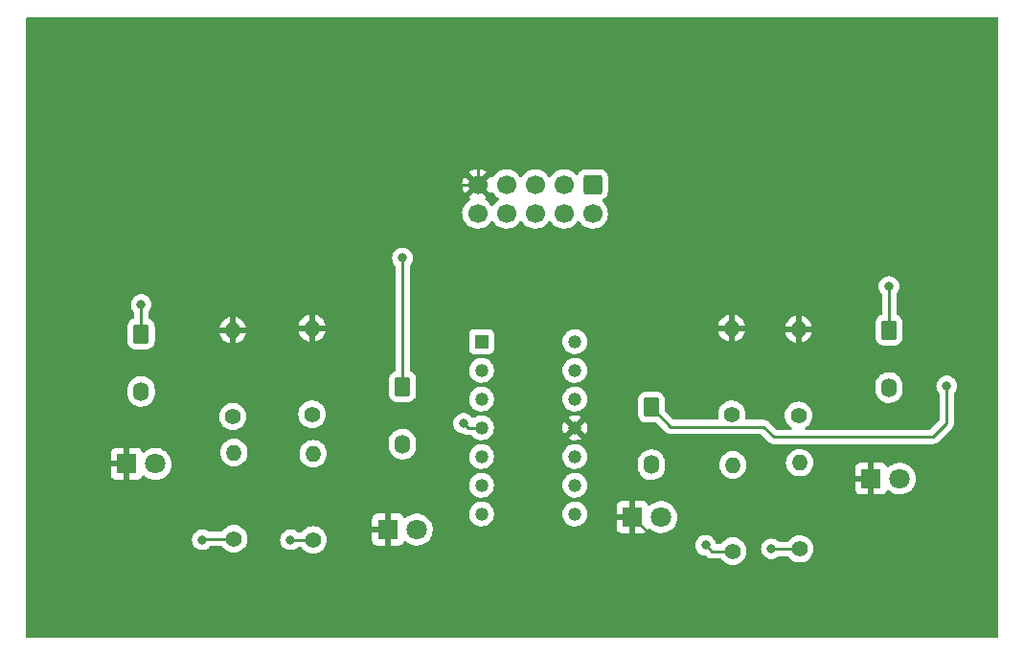
<source format=gbr>
%TF.GenerationSoftware,KiCad,Pcbnew,6.0.6-3a73a75311~116~ubuntu20.04.1*%
%TF.CreationDate,2022-08-01T12:42:22+05:30*%
%TF.ProjectId,LSA,4c53412e-6b69-4636-9164-5f7063625858,rev?*%
%TF.SameCoordinates,Original*%
%TF.FileFunction,Copper,L2,Bot*%
%TF.FilePolarity,Positive*%
%FSLAX46Y46*%
G04 Gerber Fmt 4.6, Leading zero omitted, Abs format (unit mm)*
G04 Created by KiCad (PCBNEW 6.0.6-3a73a75311~116~ubuntu20.04.1) date 2022-08-01 12:42:22*
%MOMM*%
%LPD*%
G01*
G04 APERTURE LIST*
G04 Aperture macros list*
%AMRoundRect*
0 Rectangle with rounded corners*
0 $1 Rounding radius*
0 $2 $3 $4 $5 $6 $7 $8 $9 X,Y pos of 4 corners*
0 Add a 4 corners polygon primitive as box body*
4,1,4,$2,$3,$4,$5,$6,$7,$8,$9,$2,$3,0*
0 Add four circle primitives for the rounded corners*
1,1,$1+$1,$2,$3*
1,1,$1+$1,$4,$5*
1,1,$1+$1,$6,$7*
1,1,$1+$1,$8,$9*
0 Add four rect primitives between the rounded corners*
20,1,$1+$1,$2,$3,$4,$5,0*
20,1,$1+$1,$4,$5,$6,$7,0*
20,1,$1+$1,$6,$7,$8,$9,0*
20,1,$1+$1,$8,$9,$2,$3,0*%
G04 Aperture macros list end*
%TA.AperFunction,ComponentPad*%
%ADD10R,1.800000X1.800000*%
%TD*%
%TA.AperFunction,ComponentPad*%
%ADD11C,1.800000*%
%TD*%
%TA.AperFunction,ComponentPad*%
%ADD12RoundRect,0.250000X-0.600000X0.600000X-0.600000X-0.600000X0.600000X-0.600000X0.600000X0.600000X0*%
%TD*%
%TA.AperFunction,ComponentPad*%
%ADD13C,1.700000*%
%TD*%
%TA.AperFunction,ComponentPad*%
%ADD14C,1.400000*%
%TD*%
%TA.AperFunction,ComponentPad*%
%ADD15O,1.400000X1.400000*%
%TD*%
%TA.AperFunction,ComponentPad*%
%ADD16RoundRect,0.249200X-0.450800X0.600800X-0.450800X-0.600800X0.450800X-0.600800X0.450800X0.600800X0*%
%TD*%
%TA.AperFunction,ComponentPad*%
%ADD17O,1.400000X1.700000*%
%TD*%
%TA.AperFunction,ComponentPad*%
%ADD18R,1.180000X1.180000*%
%TD*%
%TA.AperFunction,ComponentPad*%
%ADD19C,1.180000*%
%TD*%
%TA.AperFunction,ViaPad*%
%ADD20C,0.800000*%
%TD*%
%TA.AperFunction,Conductor*%
%ADD21C,0.250000*%
%TD*%
G04 APERTURE END LIST*
D10*
%TO.P,D4,1,K*%
%TO.N,GND*%
X118125000Y-88000000D03*
D11*
%TO.P,D4,2,A*%
%TO.N,Net-(D4-Pad2)*%
X120665000Y-88000000D03*
%TD*%
D12*
%TO.P,J1,1,Pin_1*%
%TO.N,unconnected-(J1-Pad1)*%
X93500000Y-62000000D03*
D13*
%TO.P,J1,2,Pin_2*%
%TO.N,unconnected-(J1-Pad2)*%
X93500000Y-64540000D03*
%TO.P,J1,3,Pin_3*%
%TO.N,unconnected-(J1-Pad3)*%
X90960000Y-62000000D03*
%TO.P,J1,4,Pin_4*%
%TO.N,O4*%
X90960000Y-64540000D03*
%TO.P,J1,5,Pin_5*%
%TO.N,unconnected-(J1-Pad5)*%
X88420000Y-62000000D03*
%TO.P,J1,6,Pin_6*%
%TO.N,O3*%
X88420000Y-64540000D03*
%TO.P,J1,7,Pin_7*%
%TO.N,VCC*%
X85880000Y-62000000D03*
%TO.P,J1,8,Pin_8*%
%TO.N,O2*%
X85880000Y-64540000D03*
%TO.P,J1,9,Pin_9*%
%TO.N,GND*%
X83340000Y-62000000D03*
%TO.P,J1,10,Pin_10*%
%TO.N,O1*%
X83340000Y-64540000D03*
%TD*%
D14*
%TO.P,R4,1*%
%TO.N,VCC*%
X111800000Y-94210000D03*
D15*
%TO.P,R4,2*%
%TO.N,Net-(D4-Pad2)*%
X111800000Y-86590000D03*
%TD*%
D14*
%TO.P,R6,1*%
%TO.N,A2*%
X68700000Y-82310000D03*
D15*
%TO.P,R6,2*%
%TO.N,GND*%
X68700000Y-74690000D03*
%TD*%
D14*
%TO.P,R8,1*%
%TO.N,A4*%
X111700000Y-82410000D03*
D15*
%TO.P,R8,2*%
%TO.N,GND*%
X111700000Y-74790000D03*
%TD*%
D10*
%TO.P,D1,1,K*%
%TO.N,GND*%
X52325000Y-86700000D03*
D11*
%TO.P,D1,2,A*%
%TO.N,Net-(D1-Pad2)*%
X54865000Y-86700000D03*
%TD*%
%TO.P,D3,2,A*%
%TO.N,Net-(D3-Pad2)*%
X99565000Y-91400000D03*
D10*
%TO.P,D3,1,K*%
%TO.N,GND*%
X97025000Y-91400000D03*
%TD*%
D14*
%TO.P,R3,1*%
%TO.N,VCC*%
X105900000Y-94410000D03*
D15*
%TO.P,R3,2*%
%TO.N,Net-(D3-Pad2)*%
X105900000Y-86790000D03*
%TD*%
D16*
%TO.P,P3,1,K*%
%TO.N,VCC*%
X98700000Y-81700000D03*
D17*
%TO.P,P3,2,A*%
%TO.N,A3*%
X98700000Y-86780000D03*
%TD*%
D10*
%TO.P,D2,1,K*%
%TO.N,GND*%
X75425000Y-92500000D03*
D11*
%TO.P,D2,2,A*%
%TO.N,Net-(D2-Pad2)*%
X77965000Y-92500000D03*
%TD*%
D14*
%TO.P,R5,1*%
%TO.N,A1*%
X61700000Y-82510000D03*
D15*
%TO.P,R5,2*%
%TO.N,GND*%
X61700000Y-74890000D03*
%TD*%
D16*
%TO.P,P4,1,K*%
%TO.N,VCC*%
X119700000Y-74860000D03*
D17*
%TO.P,P4,2,A*%
%TO.N,A4*%
X119700000Y-79940000D03*
%TD*%
D18*
%TO.P,U1,1*%
%TO.N,O1*%
X83685000Y-75880000D03*
D19*
%TO.P,U1,2,-*%
X83685000Y-78420000D03*
%TO.P,U1,3,+*%
%TO.N,A1*%
X83685000Y-80960000D03*
%TO.P,U1,4,V+*%
%TO.N,VCC*%
X83685000Y-83500000D03*
%TO.P,U1,5,+*%
%TO.N,A2*%
X83685000Y-86040000D03*
%TO.P,U1,6,-*%
%TO.N,O2*%
X83685000Y-88580000D03*
%TO.P,U1,7*%
X83685000Y-91120000D03*
%TO.P,U1,8*%
%TO.N,O3*%
X91940000Y-91120000D03*
%TO.P,U1,9,-*%
X91940000Y-88580000D03*
%TO.P,U1,10,+*%
%TO.N,A3*%
X91940000Y-86040000D03*
%TO.P,U1,11,V-*%
%TO.N,GND*%
X91940000Y-83500000D03*
%TO.P,U1,12,+*%
%TO.N,A4*%
X91940000Y-80960000D03*
%TO.P,U1,13,-*%
%TO.N,O4*%
X91940000Y-78420000D03*
%TO.P,U1,14*%
X91940000Y-75880000D03*
%TD*%
D16*
%TO.P,P1,1,K*%
%TO.N,VCC*%
X53600000Y-75200000D03*
D17*
%TO.P,P1,2,A*%
%TO.N,A1*%
X53600000Y-80280000D03*
%TD*%
D14*
%TO.P,R2,1*%
%TO.N,VCC*%
X68800000Y-93410000D03*
D15*
%TO.P,R2,2*%
%TO.N,Net-(D2-Pad2)*%
X68800000Y-85790000D03*
%TD*%
D16*
%TO.P,P2,1,K*%
%TO.N,VCC*%
X76700000Y-79860000D03*
D17*
%TO.P,P2,2,A*%
%TO.N,A2*%
X76700000Y-84940000D03*
%TD*%
D14*
%TO.P,R7,1*%
%TO.N,A3*%
X105800000Y-82310000D03*
D15*
%TO.P,R7,2*%
%TO.N,GND*%
X105800000Y-74690000D03*
%TD*%
D14*
%TO.P,R1,1*%
%TO.N,VCC*%
X61800000Y-93310000D03*
D15*
%TO.P,R1,2*%
%TO.N,Net-(D1-Pad2)*%
X61800000Y-85690000D03*
%TD*%
D20*
%TO.N,VCC*%
X119700000Y-71000000D03*
X124800000Y-79800000D03*
X109300000Y-94200000D03*
X103500000Y-93900000D03*
X66800000Y-93400000D03*
X59000000Y-93400000D03*
X82100000Y-83100000D03*
X76700000Y-68500000D03*
X53600000Y-72600000D03*
%TO.N,GND*%
X93800000Y-83500000D03*
X49200000Y-84700000D03*
X72100000Y-95000000D03*
X118200000Y-93200000D03*
X94800000Y-93700000D03*
X111700000Y-72600000D03*
X105700000Y-72500000D03*
X71300000Y-74700000D03*
X61700000Y-72600000D03*
%TD*%
D21*
%TO.N,VCC*%
X119700000Y-74860000D02*
X119700000Y-71000000D01*
X123600000Y-84300000D02*
X124600000Y-83300000D01*
X109500000Y-84300000D02*
X123600000Y-84300000D01*
X124800000Y-83100000D02*
X124800000Y-79800000D01*
X98700000Y-81700000D02*
X100435000Y-83435000D01*
X100435000Y-83435000D02*
X108635000Y-83435000D01*
X124600000Y-83300000D02*
X124800000Y-83100000D01*
X108635000Y-83435000D02*
X109500000Y-84300000D01*
X109310000Y-94210000D02*
X109300000Y-94200000D01*
X111800000Y-94210000D02*
X109310000Y-94210000D01*
X105900000Y-94410000D02*
X104010000Y-94410000D01*
X104010000Y-94410000D02*
X103500000Y-93900000D01*
X66810000Y-93410000D02*
X66800000Y-93400000D01*
X68800000Y-93410000D02*
X66810000Y-93410000D01*
X59090000Y-93310000D02*
X59000000Y-93400000D01*
X61800000Y-93310000D02*
X59090000Y-93310000D01*
X82500000Y-83500000D02*
X82100000Y-83100000D01*
X83685000Y-83500000D02*
X82500000Y-83500000D01*
X76700000Y-79860000D02*
X76700000Y-68500000D01*
X53600000Y-75200000D02*
X53600000Y-72600000D01*
%TO.N,GND*%
X108600000Y-72600000D02*
X108600000Y-74700000D01*
X108690000Y-74790000D02*
X111700000Y-74790000D01*
X105700000Y-72500000D02*
X108500000Y-72500000D01*
X108600000Y-74700000D02*
X108690000Y-74790000D01*
X108500000Y-72500000D02*
X108600000Y-72600000D01*
X101700000Y-74100000D02*
X101700000Y-74700000D01*
X101700000Y-74700000D02*
X101710000Y-74690000D01*
X93800000Y-74100000D02*
X101700000Y-74100000D01*
X101710000Y-74690000D02*
X105800000Y-74690000D01*
X93800000Y-83500000D02*
X93800000Y-74100000D01*
X57890000Y-74890000D02*
X61700000Y-74890000D01*
X49200000Y-84700000D02*
X49200000Y-70900000D01*
X49200000Y-70900000D02*
X49400000Y-70700000D01*
X57800000Y-70900000D02*
X57800000Y-74800000D01*
X49400000Y-70700000D02*
X57600000Y-70700000D01*
X57600000Y-70700000D02*
X57800000Y-70900000D01*
X57800000Y-74800000D02*
X57890000Y-74890000D01*
X54300000Y-95700000D02*
X52325000Y-93725000D01*
X72100000Y-95000000D02*
X71400000Y-95700000D01*
X71400000Y-95700000D02*
X54300000Y-95700000D01*
X52325000Y-93725000D02*
X52325000Y-86700000D01*
X118200000Y-93200000D02*
X115300000Y-96100000D01*
X115300000Y-96100000D02*
X101725000Y-96100000D01*
X101725000Y-96100000D02*
X97025000Y-91400000D01*
X94800000Y-93700000D02*
X94800000Y-86360000D01*
X94800000Y-86360000D02*
X91940000Y-83500000D01*
X111700000Y-72600000D02*
X108900000Y-69800000D01*
X108900000Y-61000000D02*
X103000000Y-55100000D01*
X108900000Y-69800000D02*
X108900000Y-61000000D01*
X103000000Y-55100000D02*
X84700000Y-55100000D01*
X84700000Y-55100000D02*
X83340000Y-56460000D01*
X83340000Y-56460000D02*
X83340000Y-62000000D01*
X71300000Y-62200000D02*
X72300000Y-61200000D01*
X71300000Y-74700000D02*
X71300000Y-62200000D01*
X72300000Y-61200000D02*
X73100000Y-62000000D01*
X73100000Y-62000000D02*
X83340000Y-62000000D01*
X61700000Y-63600000D02*
X66100000Y-59200000D01*
X61700000Y-72600000D02*
X61700000Y-63600000D01*
X80540000Y-59200000D02*
X83340000Y-62000000D01*
X66100000Y-59200000D02*
X80540000Y-59200000D01*
%TD*%
%TA.AperFunction,Conductor*%
%TO.N,GND*%
G36*
X129333621Y-47228502D02*
G01*
X129380114Y-47282158D01*
X129391500Y-47334500D01*
X129391500Y-101965500D01*
X129371498Y-102033621D01*
X129317842Y-102080114D01*
X129265500Y-102091500D01*
X43534500Y-102091500D01*
X43466379Y-102071498D01*
X43419886Y-102017842D01*
X43408500Y-101965500D01*
X43408500Y-93400000D01*
X58086496Y-93400000D01*
X58087186Y-93406565D01*
X58105047Y-93576500D01*
X58106458Y-93589928D01*
X58165473Y-93771556D01*
X58260960Y-93936944D01*
X58388747Y-94078866D01*
X58414023Y-94097230D01*
X58535191Y-94185264D01*
X58543248Y-94191118D01*
X58549276Y-94193802D01*
X58549278Y-94193803D01*
X58709799Y-94265271D01*
X58717712Y-94268794D01*
X58811113Y-94288647D01*
X58898056Y-94307128D01*
X58898061Y-94307128D01*
X58904513Y-94308500D01*
X59095487Y-94308500D01*
X59101939Y-94307128D01*
X59101944Y-94307128D01*
X59188887Y-94288647D01*
X59282288Y-94268794D01*
X59290201Y-94265271D01*
X59450722Y-94193803D01*
X59450724Y-94193802D01*
X59456752Y-94191118D01*
X59464810Y-94185264D01*
X59585977Y-94097230D01*
X59611253Y-94078866D01*
X59695599Y-93985190D01*
X59756045Y-93947950D01*
X59789235Y-93943500D01*
X60702685Y-93943500D01*
X60770806Y-93963502D01*
X60805898Y-93997230D01*
X60870699Y-94089776D01*
X61020224Y-94239301D01*
X61193442Y-94360589D01*
X61198420Y-94362910D01*
X61198423Y-94362912D01*
X61367711Y-94441852D01*
X61385090Y-94449956D01*
X61390398Y-94451378D01*
X61390400Y-94451379D01*
X61584030Y-94503262D01*
X61584032Y-94503262D01*
X61589345Y-94504686D01*
X61800000Y-94523116D01*
X62010655Y-94504686D01*
X62015968Y-94503262D01*
X62015970Y-94503262D01*
X62209600Y-94451379D01*
X62209602Y-94451378D01*
X62214910Y-94449956D01*
X62232289Y-94441852D01*
X62401577Y-94362912D01*
X62401580Y-94362910D01*
X62406558Y-94360589D01*
X62579776Y-94239301D01*
X62729301Y-94089776D01*
X62850589Y-93916558D01*
X62855360Y-93906328D01*
X62937633Y-93729892D01*
X62937634Y-93729891D01*
X62939956Y-93724910D01*
X62957258Y-93660340D01*
X62993262Y-93525970D01*
X62993262Y-93525968D01*
X62994686Y-93520655D01*
X63005242Y-93400000D01*
X65886496Y-93400000D01*
X65887186Y-93406565D01*
X65905047Y-93576500D01*
X65906458Y-93589928D01*
X65965473Y-93771556D01*
X66060960Y-93936944D01*
X66188747Y-94078866D01*
X66214023Y-94097230D01*
X66335191Y-94185264D01*
X66343248Y-94191118D01*
X66349276Y-94193802D01*
X66349278Y-94193803D01*
X66509799Y-94265271D01*
X66517712Y-94268794D01*
X66611113Y-94288647D01*
X66698056Y-94307128D01*
X66698061Y-94307128D01*
X66704513Y-94308500D01*
X66895487Y-94308500D01*
X66901939Y-94307128D01*
X66901944Y-94307128D01*
X66988887Y-94288647D01*
X67082288Y-94268794D01*
X67090201Y-94265271D01*
X67250722Y-94193803D01*
X67250724Y-94193802D01*
X67256752Y-94191118D01*
X67264810Y-94185264D01*
X67385977Y-94097230D01*
X67411253Y-94078866D01*
X67414261Y-94075525D01*
X67477562Y-94045147D01*
X67497866Y-94043500D01*
X67702685Y-94043500D01*
X67770806Y-94063502D01*
X67805898Y-94097230D01*
X67870699Y-94189776D01*
X68020224Y-94339301D01*
X68193442Y-94460589D01*
X68198420Y-94462910D01*
X68198423Y-94462912D01*
X68284954Y-94503262D01*
X68385090Y-94549956D01*
X68390398Y-94551378D01*
X68390400Y-94551379D01*
X68584030Y-94603262D01*
X68584032Y-94603262D01*
X68589345Y-94604686D01*
X68800000Y-94623116D01*
X69010655Y-94604686D01*
X69015968Y-94603262D01*
X69015970Y-94603262D01*
X69209600Y-94551379D01*
X69209602Y-94551378D01*
X69214910Y-94549956D01*
X69315046Y-94503262D01*
X69401577Y-94462912D01*
X69401580Y-94462910D01*
X69406558Y-94460589D01*
X69579776Y-94339301D01*
X69729301Y-94189776D01*
X69850589Y-94016558D01*
X69853614Y-94010072D01*
X69937633Y-93829892D01*
X69937634Y-93829891D01*
X69939956Y-93824910D01*
X69945709Y-93803442D01*
X69993262Y-93625970D01*
X69993262Y-93625968D01*
X69994686Y-93620655D01*
X70010083Y-93444669D01*
X74017001Y-93444669D01*
X74017371Y-93451490D01*
X74022895Y-93502352D01*
X74026521Y-93517604D01*
X74071676Y-93638054D01*
X74080214Y-93653649D01*
X74156715Y-93755724D01*
X74169276Y-93768285D01*
X74271351Y-93844786D01*
X74286946Y-93853324D01*
X74407394Y-93898478D01*
X74422649Y-93902105D01*
X74473514Y-93907631D01*
X74480328Y-93908000D01*
X75152885Y-93908000D01*
X75168124Y-93903525D01*
X75169329Y-93902135D01*
X75171000Y-93894452D01*
X75171000Y-93889884D01*
X75679000Y-93889884D01*
X75683475Y-93905123D01*
X75684865Y-93906328D01*
X75692548Y-93907999D01*
X76369669Y-93907999D01*
X76376490Y-93907629D01*
X76427352Y-93902105D01*
X76442604Y-93898479D01*
X76563054Y-93853324D01*
X76578649Y-93844786D01*
X76680724Y-93768285D01*
X76693285Y-93755724D01*
X76769786Y-93653649D01*
X76778324Y-93638054D01*
X76799773Y-93580840D01*
X76842415Y-93524075D01*
X76908977Y-93499376D01*
X76978325Y-93514584D01*
X76998240Y-93528126D01*
X77126653Y-93634736D01*
X77154349Y-93657730D01*
X77354322Y-93774584D01*
X77359147Y-93776426D01*
X77359148Y-93776427D01*
X77418096Y-93798937D01*
X77570694Y-93857209D01*
X77575760Y-93858240D01*
X77575761Y-93858240D01*
X77628846Y-93869040D01*
X77797656Y-93903385D01*
X77928324Y-93908176D01*
X78023949Y-93911683D01*
X78023953Y-93911683D01*
X78029113Y-93911872D01*
X78034233Y-93911216D01*
X78034235Y-93911216D01*
X78121787Y-93900000D01*
X102586496Y-93900000D01*
X102587186Y-93906565D01*
X102603681Y-94063502D01*
X102606458Y-94089928D01*
X102665473Y-94271556D01*
X102668776Y-94277278D01*
X102668777Y-94277279D01*
X102686803Y-94308500D01*
X102760960Y-94436944D01*
X102765378Y-94441851D01*
X102765379Y-94441852D01*
X102876506Y-94565271D01*
X102888747Y-94578866D01*
X103043248Y-94691118D01*
X103049276Y-94693802D01*
X103049278Y-94693803D01*
X103133332Y-94731226D01*
X103217712Y-94768794D01*
X103311112Y-94788647D01*
X103398056Y-94807128D01*
X103398061Y-94807128D01*
X103404513Y-94808500D01*
X103459043Y-94808500D01*
X103527164Y-94828502D01*
X103545296Y-94842650D01*
X103567651Y-94863643D01*
X103570493Y-94866398D01*
X103590230Y-94886135D01*
X103593427Y-94888615D01*
X103602447Y-94896318D01*
X103634679Y-94926586D01*
X103641625Y-94930405D01*
X103641628Y-94930407D01*
X103652434Y-94936348D01*
X103668953Y-94947199D01*
X103684959Y-94959614D01*
X103692228Y-94962759D01*
X103692232Y-94962762D01*
X103725537Y-94977174D01*
X103736187Y-94982391D01*
X103774940Y-95003695D01*
X103782615Y-95005666D01*
X103782616Y-95005666D01*
X103794562Y-95008733D01*
X103813267Y-95015137D01*
X103831855Y-95023181D01*
X103839678Y-95024420D01*
X103839688Y-95024423D01*
X103875524Y-95030099D01*
X103887144Y-95032505D01*
X103922289Y-95041528D01*
X103929970Y-95043500D01*
X103950224Y-95043500D01*
X103969934Y-95045051D01*
X103989943Y-95048220D01*
X103997835Y-95047474D01*
X104033961Y-95044059D01*
X104045819Y-95043500D01*
X104802685Y-95043500D01*
X104870806Y-95063502D01*
X104905898Y-95097230D01*
X104970699Y-95189776D01*
X105120224Y-95339301D01*
X105293442Y-95460589D01*
X105298420Y-95462910D01*
X105298423Y-95462912D01*
X105480108Y-95547633D01*
X105485090Y-95549956D01*
X105490398Y-95551378D01*
X105490400Y-95551379D01*
X105684030Y-95603262D01*
X105684032Y-95603262D01*
X105689345Y-95604686D01*
X105900000Y-95623116D01*
X106110655Y-95604686D01*
X106115968Y-95603262D01*
X106115970Y-95603262D01*
X106309600Y-95551379D01*
X106309602Y-95551378D01*
X106314910Y-95549956D01*
X106319892Y-95547633D01*
X106501577Y-95462912D01*
X106501580Y-95462910D01*
X106506558Y-95460589D01*
X106679776Y-95339301D01*
X106829301Y-95189776D01*
X106950589Y-95016558D01*
X106961262Y-94993671D01*
X107037633Y-94829892D01*
X107037634Y-94829891D01*
X107039956Y-94824910D01*
X107062212Y-94741852D01*
X107093262Y-94625970D01*
X107093262Y-94625968D01*
X107094686Y-94620655D01*
X107113116Y-94410000D01*
X107094743Y-94200000D01*
X108386496Y-94200000D01*
X108387186Y-94206565D01*
X108403619Y-94362912D01*
X108406458Y-94389928D01*
X108465473Y-94571556D01*
X108468776Y-94577278D01*
X108468777Y-94577279D01*
X108484601Y-94604686D01*
X108560960Y-94736944D01*
X108565378Y-94741851D01*
X108565379Y-94741852D01*
X108677521Y-94866398D01*
X108688747Y-94878866D01*
X108714023Y-94897230D01*
X108835191Y-94985264D01*
X108843248Y-94991118D01*
X108849276Y-94993802D01*
X108849278Y-94993803D01*
X109005826Y-95063502D01*
X109017712Y-95068794D01*
X109111113Y-95088647D01*
X109198056Y-95107128D01*
X109198061Y-95107128D01*
X109204513Y-95108500D01*
X109395487Y-95108500D01*
X109401939Y-95107128D01*
X109401944Y-95107128D01*
X109488887Y-95088647D01*
X109582288Y-95068794D01*
X109594174Y-95063502D01*
X109750722Y-94993803D01*
X109750724Y-94993802D01*
X109756752Y-94991118D01*
X109764810Y-94985264D01*
X109885977Y-94897230D01*
X109911253Y-94878866D01*
X109914261Y-94875525D01*
X109977562Y-94845147D01*
X109997866Y-94843500D01*
X110702685Y-94843500D01*
X110770806Y-94863502D01*
X110805898Y-94897230D01*
X110870699Y-94989776D01*
X111020224Y-95139301D01*
X111193442Y-95260589D01*
X111198420Y-95262910D01*
X111198423Y-95262912D01*
X111380108Y-95347633D01*
X111385090Y-95349956D01*
X111390398Y-95351378D01*
X111390400Y-95351379D01*
X111584030Y-95403262D01*
X111584032Y-95403262D01*
X111589345Y-95404686D01*
X111800000Y-95423116D01*
X112010655Y-95404686D01*
X112015968Y-95403262D01*
X112015970Y-95403262D01*
X112209600Y-95351379D01*
X112209602Y-95351378D01*
X112214910Y-95349956D01*
X112219892Y-95347633D01*
X112401577Y-95262912D01*
X112401580Y-95262910D01*
X112406558Y-95260589D01*
X112579776Y-95139301D01*
X112729301Y-94989776D01*
X112850589Y-94816558D01*
X112854987Y-94807128D01*
X112937633Y-94629892D01*
X112937634Y-94629891D01*
X112939956Y-94624910D01*
X112942565Y-94615175D01*
X112993262Y-94425970D01*
X112993262Y-94425968D01*
X112994686Y-94420655D01*
X113013116Y-94210000D01*
X112994686Y-93999345D01*
X112980915Y-93947950D01*
X112941379Y-93800400D01*
X112941378Y-93800398D01*
X112939956Y-93795090D01*
X112906233Y-93722770D01*
X112852912Y-93608423D01*
X112852910Y-93608420D01*
X112850589Y-93603442D01*
X112729301Y-93430224D01*
X112579776Y-93280699D01*
X112406558Y-93159411D01*
X112401580Y-93157090D01*
X112401577Y-93157088D01*
X112219892Y-93072367D01*
X112219891Y-93072366D01*
X112214910Y-93070044D01*
X112209602Y-93068622D01*
X112209600Y-93068621D01*
X112015970Y-93016738D01*
X112015968Y-93016738D01*
X112010655Y-93015314D01*
X111800000Y-92996884D01*
X111589345Y-93015314D01*
X111584032Y-93016738D01*
X111584030Y-93016738D01*
X111390400Y-93068621D01*
X111390398Y-93068622D01*
X111385090Y-93070044D01*
X111380109Y-93072366D01*
X111380108Y-93072367D01*
X111198423Y-93157088D01*
X111198420Y-93157090D01*
X111193442Y-93159411D01*
X111020224Y-93280699D01*
X110870699Y-93430224D01*
X110805932Y-93522721D01*
X110805898Y-93522770D01*
X110750441Y-93567099D01*
X110702685Y-93576500D01*
X110017204Y-93576500D01*
X109949083Y-93556498D01*
X109923568Y-93534811D01*
X109915668Y-93526037D01*
X109915666Y-93526036D01*
X109911253Y-93521134D01*
X109815397Y-93451490D01*
X109762094Y-93412763D01*
X109762093Y-93412762D01*
X109756752Y-93408882D01*
X109750724Y-93406198D01*
X109750722Y-93406197D01*
X109588319Y-93333891D01*
X109588318Y-93333891D01*
X109582288Y-93331206D01*
X109482522Y-93310000D01*
X109401944Y-93292872D01*
X109401939Y-93292872D01*
X109395487Y-93291500D01*
X109204513Y-93291500D01*
X109198061Y-93292872D01*
X109198056Y-93292872D01*
X109117478Y-93310000D01*
X109017712Y-93331206D01*
X109011682Y-93333891D01*
X109011681Y-93333891D01*
X108849278Y-93406197D01*
X108849276Y-93406198D01*
X108843248Y-93408882D01*
X108837907Y-93412762D01*
X108837906Y-93412763D01*
X108833444Y-93416005D01*
X108688747Y-93521134D01*
X108684326Y-93526044D01*
X108684325Y-93526045D01*
X108565756Y-93657730D01*
X108560960Y-93663056D01*
X108465473Y-93828444D01*
X108406458Y-94010072D01*
X108405768Y-94016633D01*
X108405768Y-94016635D01*
X108398819Y-94082749D01*
X108386496Y-94200000D01*
X107094743Y-94200000D01*
X107094686Y-94199345D01*
X107093166Y-94193671D01*
X107041379Y-94000400D01*
X107041378Y-94000398D01*
X107039956Y-93995090D01*
X106998004Y-93905123D01*
X106952912Y-93808423D01*
X106952910Y-93808420D01*
X106950589Y-93803442D01*
X106829301Y-93630224D01*
X106679776Y-93480699D01*
X106506558Y-93359411D01*
X106501580Y-93357090D01*
X106501577Y-93357088D01*
X106319892Y-93272367D01*
X106319891Y-93272366D01*
X106314910Y-93270044D01*
X106309602Y-93268622D01*
X106309600Y-93268621D01*
X106115970Y-93216738D01*
X106115968Y-93216738D01*
X106110655Y-93215314D01*
X105900000Y-93196884D01*
X105689345Y-93215314D01*
X105684032Y-93216738D01*
X105684030Y-93216738D01*
X105490400Y-93268621D01*
X105490398Y-93268622D01*
X105485090Y-93270044D01*
X105480109Y-93272366D01*
X105480108Y-93272367D01*
X105298423Y-93357088D01*
X105298420Y-93357090D01*
X105293442Y-93359411D01*
X105120224Y-93480699D01*
X104970699Y-93630224D01*
X104951439Y-93657730D01*
X104905898Y-93722770D01*
X104850441Y-93767099D01*
X104802685Y-93776500D01*
X104506670Y-93776500D01*
X104438549Y-93756498D01*
X104392056Y-93702842D01*
X104386837Y-93689436D01*
X104360514Y-93608423D01*
X104334527Y-93528444D01*
X104239040Y-93363056D01*
X104233667Y-93357088D01*
X104115675Y-93226045D01*
X104115674Y-93226044D01*
X104111253Y-93221134D01*
X103956752Y-93108882D01*
X103950724Y-93106198D01*
X103950722Y-93106197D01*
X103788319Y-93033891D01*
X103788318Y-93033891D01*
X103782288Y-93031206D01*
X103688888Y-93011353D01*
X103601944Y-92992872D01*
X103601939Y-92992872D01*
X103595487Y-92991500D01*
X103404513Y-92991500D01*
X103398061Y-92992872D01*
X103398056Y-92992872D01*
X103311112Y-93011353D01*
X103217712Y-93031206D01*
X103211682Y-93033891D01*
X103211681Y-93033891D01*
X103049278Y-93106197D01*
X103049276Y-93106198D01*
X103043248Y-93108882D01*
X102888747Y-93221134D01*
X102884326Y-93226044D01*
X102884325Y-93226045D01*
X102766334Y-93357088D01*
X102760960Y-93363056D01*
X102665473Y-93528444D01*
X102606458Y-93710072D01*
X102605768Y-93716633D01*
X102605768Y-93716635D01*
X102593356Y-93834729D01*
X102586496Y-93900000D01*
X78121787Y-93900000D01*
X78133668Y-93898478D01*
X78258847Y-93882442D01*
X78263795Y-93880957D01*
X78263802Y-93880956D01*
X78475747Y-93817369D01*
X78480690Y-93815886D01*
X78495924Y-93808423D01*
X78684049Y-93716262D01*
X78684052Y-93716260D01*
X78688684Y-93713991D01*
X78877243Y-93579494D01*
X79041303Y-93416005D01*
X79046422Y-93408882D01*
X79117475Y-93310000D01*
X79176458Y-93227917D01*
X79179811Y-93221134D01*
X79276784Y-93024922D01*
X79276785Y-93024920D01*
X79279078Y-93020280D01*
X79346408Y-92798671D01*
X79376640Y-92569041D01*
X79376853Y-92560340D01*
X79378245Y-92503365D01*
X79378245Y-92503361D01*
X79378327Y-92500000D01*
X79371553Y-92417604D01*
X79365557Y-92344669D01*
X95617001Y-92344669D01*
X95617371Y-92351490D01*
X95622895Y-92402352D01*
X95626521Y-92417604D01*
X95671676Y-92538054D01*
X95680214Y-92553649D01*
X95756715Y-92655724D01*
X95769276Y-92668285D01*
X95871351Y-92744786D01*
X95886946Y-92753324D01*
X96007394Y-92798478D01*
X96022649Y-92802105D01*
X96073514Y-92807631D01*
X96080328Y-92808000D01*
X96752885Y-92808000D01*
X96768124Y-92803525D01*
X96769329Y-92802135D01*
X96771000Y-92794452D01*
X96771000Y-92789884D01*
X97279000Y-92789884D01*
X97283475Y-92805123D01*
X97284865Y-92806328D01*
X97292548Y-92807999D01*
X97969669Y-92807999D01*
X97976490Y-92807629D01*
X98027352Y-92802105D01*
X98042604Y-92798479D01*
X98163054Y-92753324D01*
X98178649Y-92744786D01*
X98280724Y-92668285D01*
X98293285Y-92655724D01*
X98369786Y-92553649D01*
X98378324Y-92538054D01*
X98399773Y-92480840D01*
X98442415Y-92424075D01*
X98508977Y-92399376D01*
X98578325Y-92414584D01*
X98598240Y-92428126D01*
X98726653Y-92534736D01*
X98754349Y-92557730D01*
X98954322Y-92674584D01*
X99170694Y-92757209D01*
X99175760Y-92758240D01*
X99175761Y-92758240D01*
X99219305Y-92767099D01*
X99397656Y-92803385D01*
X99528324Y-92808176D01*
X99623949Y-92811683D01*
X99623953Y-92811683D01*
X99629113Y-92811872D01*
X99634233Y-92811216D01*
X99634235Y-92811216D01*
X99730085Y-92798937D01*
X99858847Y-92782442D01*
X99863795Y-92780957D01*
X99863802Y-92780956D01*
X100075747Y-92717369D01*
X100080690Y-92715886D01*
X100095924Y-92708423D01*
X100284049Y-92616262D01*
X100284052Y-92616260D01*
X100288684Y-92613991D01*
X100477243Y-92479494D01*
X100641303Y-92316005D01*
X100776458Y-92127917D01*
X100782924Y-92114835D01*
X100876784Y-91924922D01*
X100876785Y-91924920D01*
X100879078Y-91920280D01*
X100946408Y-91698671D01*
X100976640Y-91469041D01*
X100977182Y-91446855D01*
X100978245Y-91403365D01*
X100978245Y-91403361D01*
X100978327Y-91400000D01*
X100965524Y-91244276D01*
X100959773Y-91174318D01*
X100959772Y-91174312D01*
X100959349Y-91169167D01*
X100902925Y-90944533D01*
X100900866Y-90939797D01*
X100812630Y-90736868D01*
X100812628Y-90736865D01*
X100810570Y-90732131D01*
X100684764Y-90537665D01*
X100528887Y-90366358D01*
X100524836Y-90363159D01*
X100524832Y-90363155D01*
X100351177Y-90226011D01*
X100351172Y-90226008D01*
X100347123Y-90222810D01*
X100342607Y-90220317D01*
X100342604Y-90220315D01*
X100148879Y-90113373D01*
X100148875Y-90113371D01*
X100144355Y-90110876D01*
X100139486Y-90109152D01*
X100139482Y-90109150D01*
X99930903Y-90035288D01*
X99930899Y-90035287D01*
X99926028Y-90033562D01*
X99920935Y-90032655D01*
X99920932Y-90032654D01*
X99703095Y-89993851D01*
X99703089Y-89993850D01*
X99698006Y-89992945D01*
X99620644Y-89992000D01*
X99471581Y-89990179D01*
X99471579Y-89990179D01*
X99466411Y-89990116D01*
X99237464Y-90025150D01*
X99017314Y-90097106D01*
X99012726Y-90099494D01*
X99012722Y-90099496D01*
X98816461Y-90201663D01*
X98811872Y-90204052D01*
X98807739Y-90207155D01*
X98807736Y-90207157D01*
X98630790Y-90340012D01*
X98626655Y-90343117D01*
X98623083Y-90346855D01*
X98608787Y-90361815D01*
X98547263Y-90397245D01*
X98476351Y-90393788D01*
X98418564Y-90352543D01*
X98399711Y-90318994D01*
X98378324Y-90261946D01*
X98369786Y-90246351D01*
X98293285Y-90144276D01*
X98280724Y-90131715D01*
X98178649Y-90055214D01*
X98163054Y-90046676D01*
X98042606Y-90001522D01*
X98027351Y-89997895D01*
X97976486Y-89992369D01*
X97969672Y-89992000D01*
X97297115Y-89992000D01*
X97281876Y-89996475D01*
X97280671Y-89997865D01*
X97279000Y-90005548D01*
X97279000Y-92789884D01*
X96771000Y-92789884D01*
X96771000Y-91672115D01*
X96766525Y-91656876D01*
X96765135Y-91655671D01*
X96757452Y-91654000D01*
X95635116Y-91654000D01*
X95619877Y-91658475D01*
X95618672Y-91659865D01*
X95617001Y-91667548D01*
X95617001Y-92344669D01*
X79365557Y-92344669D01*
X79359773Y-92274318D01*
X79359772Y-92274312D01*
X79359349Y-92269167D01*
X79323870Y-92127917D01*
X79304184Y-92049544D01*
X79304183Y-92049540D01*
X79302925Y-92044533D01*
X79299753Y-92037237D01*
X79212630Y-91836868D01*
X79212628Y-91836865D01*
X79210570Y-91832131D01*
X79084764Y-91637665D01*
X78928887Y-91466358D01*
X78924836Y-91463159D01*
X78924832Y-91463155D01*
X78751177Y-91326011D01*
X78751172Y-91326008D01*
X78747123Y-91322810D01*
X78742607Y-91320317D01*
X78742604Y-91320315D01*
X78548879Y-91213373D01*
X78548875Y-91213371D01*
X78544355Y-91210876D01*
X78539486Y-91209152D01*
X78539482Y-91209150D01*
X78330903Y-91135288D01*
X78330899Y-91135287D01*
X78326028Y-91133562D01*
X78320935Y-91132655D01*
X78320932Y-91132654D01*
X78103095Y-91093851D01*
X78103089Y-91093850D01*
X78098006Y-91092945D01*
X78020644Y-91092000D01*
X77948691Y-91091121D01*
X82582172Y-91091121D01*
X82595376Y-91292579D01*
X82602420Y-91320315D01*
X82643583Y-91482394D01*
X82645072Y-91488258D01*
X82729596Y-91671603D01*
X82846116Y-91836475D01*
X82990730Y-91977352D01*
X82995526Y-91980557D01*
X82995529Y-91980559D01*
X83084186Y-92039797D01*
X83158596Y-92089516D01*
X83163899Y-92091794D01*
X83163902Y-92091796D01*
X83257750Y-92132116D01*
X83344091Y-92169211D01*
X83439800Y-92190868D01*
X83535367Y-92212493D01*
X83535370Y-92212493D01*
X83541003Y-92213768D01*
X83546774Y-92213995D01*
X83546776Y-92213995D01*
X83608601Y-92216424D01*
X83742737Y-92221694D01*
X83842638Y-92207209D01*
X83936824Y-92193553D01*
X83936829Y-92193552D01*
X83942538Y-92192724D01*
X83948002Y-92190869D01*
X83948007Y-92190868D01*
X84128246Y-92129685D01*
X84133714Y-92127829D01*
X84309863Y-92029181D01*
X84465084Y-91900084D01*
X84517988Y-91836475D01*
X84590490Y-91749301D01*
X84590490Y-91749300D01*
X84594181Y-91744863D01*
X84692829Y-91568714D01*
X84722042Y-91482656D01*
X84755868Y-91383007D01*
X84755869Y-91383002D01*
X84757724Y-91377538D01*
X84758552Y-91371829D01*
X84758553Y-91371824D01*
X84783539Y-91199496D01*
X84786694Y-91177737D01*
X84788206Y-91120000D01*
X84785552Y-91091121D01*
X90837172Y-91091121D01*
X90850376Y-91292579D01*
X90857420Y-91320315D01*
X90898583Y-91482394D01*
X90900072Y-91488258D01*
X90984596Y-91671603D01*
X91101116Y-91836475D01*
X91245730Y-91977352D01*
X91250526Y-91980557D01*
X91250529Y-91980559D01*
X91339186Y-92039797D01*
X91413596Y-92089516D01*
X91418899Y-92091794D01*
X91418902Y-92091796D01*
X91512750Y-92132116D01*
X91599091Y-92169211D01*
X91694800Y-92190868D01*
X91790367Y-92212493D01*
X91790370Y-92212493D01*
X91796003Y-92213768D01*
X91801774Y-92213995D01*
X91801776Y-92213995D01*
X91863601Y-92216424D01*
X91997737Y-92221694D01*
X92097638Y-92207209D01*
X92191824Y-92193553D01*
X92191829Y-92193552D01*
X92197538Y-92192724D01*
X92203002Y-92190869D01*
X92203007Y-92190868D01*
X92383246Y-92129685D01*
X92388714Y-92127829D01*
X92564863Y-92029181D01*
X92720084Y-91900084D01*
X92772988Y-91836475D01*
X92845490Y-91749301D01*
X92845490Y-91749300D01*
X92849181Y-91744863D01*
X92947829Y-91568714D01*
X92977042Y-91482656D01*
X93010868Y-91383007D01*
X93010869Y-91383002D01*
X93012724Y-91377538D01*
X93013552Y-91371829D01*
X93013553Y-91371824D01*
X93038539Y-91199496D01*
X93041694Y-91177737D01*
X93043000Y-91127885D01*
X95617000Y-91127885D01*
X95621475Y-91143124D01*
X95622865Y-91144329D01*
X95630548Y-91146000D01*
X96752885Y-91146000D01*
X96768124Y-91141525D01*
X96769329Y-91140135D01*
X96771000Y-91132452D01*
X96771000Y-90010116D01*
X96766525Y-89994877D01*
X96765135Y-89993672D01*
X96757452Y-89992001D01*
X96080331Y-89992001D01*
X96073510Y-89992371D01*
X96022648Y-89997895D01*
X96007396Y-90001521D01*
X95886946Y-90046676D01*
X95871351Y-90055214D01*
X95769276Y-90131715D01*
X95756715Y-90144276D01*
X95680214Y-90246351D01*
X95671676Y-90261946D01*
X95626522Y-90382394D01*
X95622895Y-90397649D01*
X95617369Y-90448514D01*
X95617000Y-90455328D01*
X95617000Y-91127885D01*
X93043000Y-91127885D01*
X93043206Y-91120000D01*
X93024733Y-90918957D01*
X92969932Y-90724646D01*
X92880638Y-90543576D01*
X92759842Y-90381811D01*
X92739660Y-90363155D01*
X92615830Y-90248688D01*
X92615828Y-90248686D01*
X92611589Y-90244768D01*
X92606706Y-90241687D01*
X92445725Y-90140115D01*
X92445724Y-90140115D01*
X92440845Y-90137036D01*
X92253327Y-90062224D01*
X92247667Y-90061098D01*
X92247663Y-90061097D01*
X92060983Y-90023964D01*
X92060980Y-90023964D01*
X92055316Y-90022837D01*
X92049541Y-90022761D01*
X92049537Y-90022761D01*
X91949014Y-90021446D01*
X91853443Y-90020195D01*
X91847746Y-90021174D01*
X91847745Y-90021174D01*
X91660166Y-90053406D01*
X91654469Y-90054385D01*
X91465058Y-90124262D01*
X91460097Y-90127214D01*
X91460096Y-90127214D01*
X91303609Y-90220315D01*
X91291552Y-90227488D01*
X91139763Y-90360603D01*
X91014774Y-90519151D01*
X91012085Y-90524262D01*
X91012083Y-90524265D01*
X90964589Y-90614537D01*
X90920771Y-90697821D01*
X90860902Y-90890631D01*
X90837172Y-91091121D01*
X84785552Y-91091121D01*
X84769733Y-90918957D01*
X84714932Y-90724646D01*
X84625638Y-90543576D01*
X84504842Y-90381811D01*
X84484660Y-90363155D01*
X84360830Y-90248688D01*
X84360828Y-90248686D01*
X84356589Y-90244768D01*
X84351706Y-90241687D01*
X84190725Y-90140115D01*
X84190724Y-90140115D01*
X84185845Y-90137036D01*
X83998327Y-90062224D01*
X83992667Y-90061098D01*
X83992663Y-90061097D01*
X83805983Y-90023964D01*
X83805980Y-90023964D01*
X83800316Y-90022837D01*
X83794541Y-90022761D01*
X83794537Y-90022761D01*
X83694014Y-90021446D01*
X83598443Y-90020195D01*
X83592746Y-90021174D01*
X83592745Y-90021174D01*
X83405166Y-90053406D01*
X83399469Y-90054385D01*
X83210058Y-90124262D01*
X83205097Y-90127214D01*
X83205096Y-90127214D01*
X83048609Y-90220315D01*
X83036552Y-90227488D01*
X82884763Y-90360603D01*
X82759774Y-90519151D01*
X82757085Y-90524262D01*
X82757083Y-90524265D01*
X82709589Y-90614537D01*
X82665771Y-90697821D01*
X82605902Y-90890631D01*
X82582172Y-91091121D01*
X77948691Y-91091121D01*
X77871581Y-91090179D01*
X77871579Y-91090179D01*
X77866411Y-91090116D01*
X77637464Y-91125150D01*
X77417314Y-91197106D01*
X77412726Y-91199494D01*
X77412722Y-91199496D01*
X77233911Y-91292579D01*
X77211872Y-91304052D01*
X77207739Y-91307155D01*
X77207736Y-91307157D01*
X77030790Y-91440012D01*
X77026655Y-91443117D01*
X77023083Y-91446855D01*
X77008787Y-91461815D01*
X76947263Y-91497245D01*
X76876351Y-91493788D01*
X76818564Y-91452543D01*
X76799711Y-91418994D01*
X76778324Y-91361946D01*
X76769786Y-91346351D01*
X76693285Y-91244276D01*
X76680724Y-91231715D01*
X76578649Y-91155214D01*
X76563054Y-91146676D01*
X76442606Y-91101522D01*
X76427351Y-91097895D01*
X76376486Y-91092369D01*
X76369672Y-91092000D01*
X75697115Y-91092000D01*
X75681876Y-91096475D01*
X75680671Y-91097865D01*
X75679000Y-91105548D01*
X75679000Y-93889884D01*
X75171000Y-93889884D01*
X75171000Y-92772115D01*
X75166525Y-92756876D01*
X75165135Y-92755671D01*
X75157452Y-92754000D01*
X74035116Y-92754000D01*
X74019877Y-92758475D01*
X74018672Y-92759865D01*
X74017001Y-92767548D01*
X74017001Y-93444669D01*
X70010083Y-93444669D01*
X70013116Y-93410000D01*
X69994686Y-93199345D01*
X69978044Y-93137237D01*
X69941379Y-93000400D01*
X69941378Y-93000398D01*
X69939956Y-92995090D01*
X69906173Y-92922642D01*
X69852912Y-92808423D01*
X69852910Y-92808420D01*
X69850589Y-92803442D01*
X69729301Y-92630224D01*
X69579776Y-92480699D01*
X69406558Y-92359411D01*
X69401580Y-92357090D01*
X69401577Y-92357088D01*
X69219892Y-92272367D01*
X69219891Y-92272366D01*
X69214910Y-92270044D01*
X69209602Y-92268622D01*
X69209600Y-92268621D01*
X69057571Y-92227885D01*
X74017000Y-92227885D01*
X74021475Y-92243124D01*
X74022865Y-92244329D01*
X74030548Y-92246000D01*
X75152885Y-92246000D01*
X75168124Y-92241525D01*
X75169329Y-92240135D01*
X75171000Y-92232452D01*
X75171000Y-91110116D01*
X75166525Y-91094877D01*
X75165135Y-91093672D01*
X75157452Y-91092001D01*
X74480331Y-91092001D01*
X74473510Y-91092371D01*
X74422648Y-91097895D01*
X74407396Y-91101521D01*
X74286946Y-91146676D01*
X74271351Y-91155214D01*
X74169276Y-91231715D01*
X74156715Y-91244276D01*
X74080214Y-91346351D01*
X74071676Y-91361946D01*
X74026522Y-91482394D01*
X74022895Y-91497649D01*
X74017369Y-91548514D01*
X74017000Y-91555328D01*
X74017000Y-92227885D01*
X69057571Y-92227885D01*
X69015970Y-92216738D01*
X69015968Y-92216738D01*
X69010655Y-92215314D01*
X68800000Y-92196884D01*
X68589345Y-92215314D01*
X68584032Y-92216738D01*
X68584030Y-92216738D01*
X68390400Y-92268621D01*
X68390398Y-92268622D01*
X68385090Y-92270044D01*
X68380109Y-92272366D01*
X68380108Y-92272367D01*
X68198423Y-92357088D01*
X68198420Y-92357090D01*
X68193442Y-92359411D01*
X68020224Y-92480699D01*
X67870699Y-92630224D01*
X67805898Y-92722770D01*
X67750441Y-92767099D01*
X67702685Y-92776500D01*
X67517204Y-92776500D01*
X67449083Y-92756498D01*
X67423568Y-92734811D01*
X67415668Y-92726037D01*
X67415666Y-92726036D01*
X67411253Y-92721134D01*
X67380702Y-92698937D01*
X67262094Y-92612763D01*
X67262093Y-92612762D01*
X67256752Y-92608882D01*
X67250724Y-92606198D01*
X67250722Y-92606197D01*
X67088319Y-92533891D01*
X67088318Y-92533891D01*
X67082288Y-92531206D01*
X66988888Y-92511353D01*
X66901944Y-92492872D01*
X66901939Y-92492872D01*
X66895487Y-92491500D01*
X66704513Y-92491500D01*
X66698061Y-92492872D01*
X66698056Y-92492872D01*
X66611112Y-92511353D01*
X66517712Y-92531206D01*
X66511682Y-92533891D01*
X66511681Y-92533891D01*
X66349278Y-92606197D01*
X66349276Y-92606198D01*
X66343248Y-92608882D01*
X66188747Y-92721134D01*
X66184326Y-92726044D01*
X66184325Y-92726045D01*
X66110533Y-92808000D01*
X66060960Y-92863056D01*
X66026558Y-92922642D01*
X65973054Y-93015314D01*
X65965473Y-93028444D01*
X65906458Y-93210072D01*
X65905768Y-93216633D01*
X65905768Y-93216635D01*
X65897900Y-93291500D01*
X65886496Y-93400000D01*
X63005242Y-93400000D01*
X63013116Y-93310000D01*
X62994686Y-93099345D01*
X62975688Y-93028444D01*
X62941379Y-92900400D01*
X62941378Y-92900398D01*
X62939956Y-92895090D01*
X62900845Y-92811216D01*
X62852912Y-92708423D01*
X62852910Y-92708420D01*
X62850589Y-92703442D01*
X62729301Y-92530224D01*
X62579776Y-92380699D01*
X62406558Y-92259411D01*
X62401580Y-92257090D01*
X62401577Y-92257088D01*
X62219892Y-92172367D01*
X62219891Y-92172366D01*
X62214910Y-92170044D01*
X62209602Y-92168622D01*
X62209600Y-92168621D01*
X62015970Y-92116738D01*
X62015968Y-92116738D01*
X62010655Y-92115314D01*
X61800000Y-92096884D01*
X61589345Y-92115314D01*
X61584032Y-92116738D01*
X61584030Y-92116738D01*
X61390400Y-92168621D01*
X61390398Y-92168622D01*
X61385090Y-92170044D01*
X61380109Y-92172366D01*
X61380108Y-92172367D01*
X61198423Y-92257088D01*
X61198420Y-92257090D01*
X61193442Y-92259411D01*
X61020224Y-92380699D01*
X60870699Y-92530224D01*
X60815622Y-92608882D01*
X60805898Y-92622770D01*
X60750441Y-92667099D01*
X60702685Y-92676500D01*
X59590760Y-92676500D01*
X59516699Y-92652436D01*
X59462094Y-92612763D01*
X59462093Y-92612762D01*
X59456752Y-92608882D01*
X59450724Y-92606198D01*
X59450722Y-92606197D01*
X59288319Y-92533891D01*
X59288318Y-92533891D01*
X59282288Y-92531206D01*
X59188888Y-92511353D01*
X59101944Y-92492872D01*
X59101939Y-92492872D01*
X59095487Y-92491500D01*
X58904513Y-92491500D01*
X58898061Y-92492872D01*
X58898056Y-92492872D01*
X58811112Y-92511353D01*
X58717712Y-92531206D01*
X58711682Y-92533891D01*
X58711681Y-92533891D01*
X58549278Y-92606197D01*
X58549276Y-92606198D01*
X58543248Y-92608882D01*
X58388747Y-92721134D01*
X58384326Y-92726044D01*
X58384325Y-92726045D01*
X58310533Y-92808000D01*
X58260960Y-92863056D01*
X58226558Y-92922642D01*
X58173054Y-93015314D01*
X58165473Y-93028444D01*
X58106458Y-93210072D01*
X58105768Y-93216633D01*
X58105768Y-93216635D01*
X58097900Y-93291500D01*
X58086496Y-93400000D01*
X43408500Y-93400000D01*
X43408500Y-88551121D01*
X82582172Y-88551121D01*
X82595376Y-88752579D01*
X82645072Y-88948258D01*
X82729596Y-89131603D01*
X82846116Y-89296475D01*
X82850250Y-89300502D01*
X82960221Y-89407631D01*
X82990730Y-89437352D01*
X82995526Y-89440557D01*
X82995529Y-89440559D01*
X83062774Y-89485490D01*
X83158596Y-89549516D01*
X83163899Y-89551794D01*
X83163902Y-89551796D01*
X83338784Y-89626931D01*
X83344091Y-89629211D01*
X83439800Y-89650868D01*
X83535367Y-89672493D01*
X83535370Y-89672493D01*
X83541003Y-89673768D01*
X83546774Y-89673995D01*
X83546776Y-89673995D01*
X83608601Y-89676424D01*
X83742737Y-89681694D01*
X83842637Y-89667209D01*
X83936824Y-89653553D01*
X83936829Y-89653552D01*
X83942538Y-89652724D01*
X83948002Y-89650869D01*
X83948007Y-89650868D01*
X84128246Y-89589685D01*
X84133714Y-89587829D01*
X84309863Y-89489181D01*
X84402816Y-89411872D01*
X84460651Y-89363771D01*
X84465084Y-89360084D01*
X84517988Y-89296475D01*
X84590490Y-89209301D01*
X84590490Y-89209300D01*
X84594181Y-89204863D01*
X84692829Y-89028714D01*
X84757724Y-88837538D01*
X84758552Y-88831829D01*
X84758553Y-88831824D01*
X84786161Y-88641411D01*
X84786694Y-88637737D01*
X84788206Y-88580000D01*
X84785552Y-88551121D01*
X90837172Y-88551121D01*
X90850376Y-88752579D01*
X90900072Y-88948258D01*
X90984596Y-89131603D01*
X91101116Y-89296475D01*
X91105250Y-89300502D01*
X91215221Y-89407631D01*
X91245730Y-89437352D01*
X91250526Y-89440557D01*
X91250529Y-89440559D01*
X91317774Y-89485490D01*
X91413596Y-89549516D01*
X91418899Y-89551794D01*
X91418902Y-89551796D01*
X91593784Y-89626931D01*
X91599091Y-89629211D01*
X91694800Y-89650868D01*
X91790367Y-89672493D01*
X91790370Y-89672493D01*
X91796003Y-89673768D01*
X91801774Y-89673995D01*
X91801776Y-89673995D01*
X91863601Y-89676424D01*
X91997737Y-89681694D01*
X92097637Y-89667209D01*
X92191824Y-89653553D01*
X92191829Y-89653552D01*
X92197538Y-89652724D01*
X92203002Y-89650869D01*
X92203007Y-89650868D01*
X92383246Y-89589685D01*
X92388714Y-89587829D01*
X92564863Y-89489181D01*
X92657816Y-89411872D01*
X92715651Y-89363771D01*
X92720084Y-89360084D01*
X92772988Y-89296475D01*
X92845490Y-89209301D01*
X92845490Y-89209300D01*
X92849181Y-89204863D01*
X92947829Y-89028714D01*
X92976358Y-88944669D01*
X116717001Y-88944669D01*
X116717371Y-88951490D01*
X116722895Y-89002352D01*
X116726521Y-89017604D01*
X116771676Y-89138054D01*
X116780214Y-89153649D01*
X116856715Y-89255724D01*
X116869276Y-89268285D01*
X116971351Y-89344786D01*
X116986946Y-89353324D01*
X117107394Y-89398478D01*
X117122649Y-89402105D01*
X117173514Y-89407631D01*
X117180328Y-89408000D01*
X117852885Y-89408000D01*
X117868124Y-89403525D01*
X117869329Y-89402135D01*
X117871000Y-89394452D01*
X117871000Y-89389884D01*
X118379000Y-89389884D01*
X118383475Y-89405123D01*
X118384865Y-89406328D01*
X118392548Y-89407999D01*
X119069669Y-89407999D01*
X119076490Y-89407629D01*
X119127352Y-89402105D01*
X119142604Y-89398479D01*
X119263054Y-89353324D01*
X119278649Y-89344786D01*
X119380724Y-89268285D01*
X119393285Y-89255724D01*
X119469786Y-89153649D01*
X119478324Y-89138054D01*
X119499773Y-89080840D01*
X119542415Y-89024075D01*
X119608977Y-88999376D01*
X119678325Y-89014584D01*
X119698240Y-89028126D01*
X119854349Y-89157730D01*
X120054322Y-89274584D01*
X120270694Y-89357209D01*
X120275760Y-89358240D01*
X120275761Y-89358240D01*
X120284825Y-89360084D01*
X120497656Y-89403385D01*
X120628324Y-89408176D01*
X120723949Y-89411683D01*
X120723953Y-89411683D01*
X120729113Y-89411872D01*
X120734233Y-89411216D01*
X120734235Y-89411216D01*
X120833668Y-89398478D01*
X120958847Y-89382442D01*
X120963795Y-89380957D01*
X120963802Y-89380956D01*
X121175747Y-89317369D01*
X121180690Y-89315886D01*
X121220313Y-89296475D01*
X121384049Y-89216262D01*
X121384052Y-89216260D01*
X121388684Y-89213991D01*
X121577243Y-89079494D01*
X121741303Y-88916005D01*
X121876458Y-88727917D01*
X121921028Y-88637737D01*
X121976784Y-88524922D01*
X121976785Y-88524920D01*
X121979078Y-88520280D01*
X122046408Y-88298671D01*
X122076640Y-88069041D01*
X122077939Y-88015886D01*
X122078245Y-88003365D01*
X122078245Y-88003361D01*
X122078327Y-88000000D01*
X122065412Y-87842912D01*
X122059773Y-87774318D01*
X122059772Y-87774312D01*
X122059349Y-87769167D01*
X122021794Y-87619653D01*
X122004184Y-87549544D01*
X122004183Y-87549540D01*
X122002925Y-87544533D01*
X121998658Y-87534719D01*
X121912630Y-87336868D01*
X121912628Y-87336865D01*
X121910570Y-87332131D01*
X121784764Y-87137665D01*
X121762070Y-87112724D01*
X121722705Y-87069463D01*
X121628887Y-86966358D01*
X121624836Y-86963159D01*
X121624832Y-86963155D01*
X121451177Y-86826011D01*
X121451172Y-86826008D01*
X121447123Y-86822810D01*
X121442607Y-86820317D01*
X121442604Y-86820315D01*
X121248879Y-86713373D01*
X121248875Y-86713371D01*
X121244355Y-86710876D01*
X121239486Y-86709152D01*
X121239482Y-86709150D01*
X121030903Y-86635288D01*
X121030899Y-86635287D01*
X121026028Y-86633562D01*
X121020935Y-86632655D01*
X121020932Y-86632654D01*
X120803095Y-86593851D01*
X120803089Y-86593850D01*
X120798006Y-86592945D01*
X120720644Y-86592000D01*
X120571581Y-86590179D01*
X120571579Y-86590179D01*
X120566411Y-86590116D01*
X120337464Y-86625150D01*
X120117314Y-86697106D01*
X120112726Y-86699494D01*
X120112722Y-86699496D01*
X119916461Y-86801663D01*
X119911872Y-86804052D01*
X119907739Y-86807155D01*
X119907736Y-86807157D01*
X119730790Y-86940012D01*
X119726655Y-86943117D01*
X119723083Y-86946855D01*
X119708787Y-86961815D01*
X119647263Y-86997245D01*
X119576351Y-86993788D01*
X119518564Y-86952543D01*
X119499711Y-86918994D01*
X119478324Y-86861946D01*
X119469786Y-86846351D01*
X119393285Y-86744276D01*
X119380724Y-86731715D01*
X119278649Y-86655214D01*
X119263054Y-86646676D01*
X119142606Y-86601522D01*
X119127351Y-86597895D01*
X119076486Y-86592369D01*
X119069672Y-86592000D01*
X118397115Y-86592000D01*
X118381876Y-86596475D01*
X118380671Y-86597865D01*
X118379000Y-86605548D01*
X118379000Y-89389884D01*
X117871000Y-89389884D01*
X117871000Y-88272115D01*
X117866525Y-88256876D01*
X117865135Y-88255671D01*
X117857452Y-88254000D01*
X116735116Y-88254000D01*
X116719877Y-88258475D01*
X116718672Y-88259865D01*
X116717001Y-88267548D01*
X116717001Y-88944669D01*
X92976358Y-88944669D01*
X93012724Y-88837538D01*
X93013552Y-88831829D01*
X93013553Y-88831824D01*
X93041161Y-88641411D01*
X93041694Y-88637737D01*
X93043206Y-88580000D01*
X93024733Y-88378957D01*
X92969932Y-88184646D01*
X92880638Y-88003576D01*
X92843988Y-87954495D01*
X92763295Y-87846435D01*
X92763294Y-87846434D01*
X92759842Y-87841811D01*
X92739675Y-87823169D01*
X92615830Y-87708688D01*
X92615828Y-87708686D01*
X92611589Y-87704768D01*
X92603043Y-87699376D01*
X92445725Y-87600115D01*
X92445724Y-87600115D01*
X92440845Y-87597036D01*
X92253327Y-87522224D01*
X92247667Y-87521098D01*
X92247663Y-87521097D01*
X92060983Y-87483964D01*
X92060980Y-87483964D01*
X92055316Y-87482837D01*
X92049541Y-87482761D01*
X92049537Y-87482761D01*
X91949014Y-87481446D01*
X91853443Y-87480195D01*
X91847746Y-87481174D01*
X91847745Y-87481174D01*
X91668459Y-87511981D01*
X91654469Y-87514385D01*
X91465058Y-87584262D01*
X91460097Y-87587214D01*
X91460096Y-87587214D01*
X91339673Y-87658859D01*
X91291552Y-87687488D01*
X91139763Y-87820603D01*
X91014774Y-87979151D01*
X91012085Y-87984262D01*
X91012083Y-87984265D01*
X90980242Y-88044786D01*
X90920771Y-88157821D01*
X90860902Y-88350631D01*
X90837172Y-88551121D01*
X84785552Y-88551121D01*
X84769733Y-88378957D01*
X84714932Y-88184646D01*
X84625638Y-88003576D01*
X84588988Y-87954495D01*
X84508295Y-87846435D01*
X84508294Y-87846434D01*
X84504842Y-87841811D01*
X84484675Y-87823169D01*
X84360830Y-87708688D01*
X84360828Y-87708686D01*
X84356589Y-87704768D01*
X84348043Y-87699376D01*
X84190725Y-87600115D01*
X84190724Y-87600115D01*
X84185845Y-87597036D01*
X83998327Y-87522224D01*
X83992667Y-87521098D01*
X83992663Y-87521097D01*
X83805983Y-87483964D01*
X83805980Y-87483964D01*
X83800316Y-87482837D01*
X83794541Y-87482761D01*
X83794537Y-87482761D01*
X83694014Y-87481446D01*
X83598443Y-87480195D01*
X83592746Y-87481174D01*
X83592745Y-87481174D01*
X83413459Y-87511981D01*
X83399469Y-87514385D01*
X83210058Y-87584262D01*
X83205097Y-87587214D01*
X83205096Y-87587214D01*
X83084673Y-87658859D01*
X83036552Y-87687488D01*
X82884763Y-87820603D01*
X82759774Y-87979151D01*
X82757085Y-87984262D01*
X82757083Y-87984265D01*
X82725242Y-88044786D01*
X82665771Y-88157821D01*
X82605902Y-88350631D01*
X82582172Y-88551121D01*
X43408500Y-88551121D01*
X43408500Y-87644669D01*
X50917001Y-87644669D01*
X50917371Y-87651490D01*
X50922895Y-87702352D01*
X50926521Y-87717604D01*
X50971676Y-87838054D01*
X50980214Y-87853649D01*
X51056715Y-87955724D01*
X51069276Y-87968285D01*
X51171351Y-88044786D01*
X51186946Y-88053324D01*
X51307394Y-88098478D01*
X51322649Y-88102105D01*
X51373514Y-88107631D01*
X51380328Y-88108000D01*
X52052885Y-88108000D01*
X52068124Y-88103525D01*
X52069329Y-88102135D01*
X52071000Y-88094452D01*
X52071000Y-88089884D01*
X52579000Y-88089884D01*
X52583475Y-88105123D01*
X52584865Y-88106328D01*
X52592548Y-88107999D01*
X53269669Y-88107999D01*
X53276490Y-88107629D01*
X53327352Y-88102105D01*
X53342604Y-88098479D01*
X53463054Y-88053324D01*
X53478649Y-88044786D01*
X53580724Y-87968285D01*
X53593285Y-87955724D01*
X53669786Y-87853649D01*
X53678324Y-87838054D01*
X53699773Y-87780840D01*
X53742415Y-87724075D01*
X53808977Y-87699376D01*
X53878325Y-87714584D01*
X53898240Y-87728126D01*
X54033703Y-87840589D01*
X54054349Y-87857730D01*
X54254322Y-87974584D01*
X54259147Y-87976426D01*
X54259148Y-87976427D01*
X54295124Y-87990165D01*
X54470694Y-88057209D01*
X54475760Y-88058240D01*
X54475761Y-88058240D01*
X54512384Y-88065691D01*
X54697656Y-88103385D01*
X54828324Y-88108176D01*
X54923949Y-88111683D01*
X54923953Y-88111683D01*
X54929113Y-88111872D01*
X54934233Y-88111216D01*
X54934235Y-88111216D01*
X55033668Y-88098478D01*
X55158847Y-88082442D01*
X55163795Y-88080957D01*
X55163802Y-88080956D01*
X55375747Y-88017369D01*
X55380690Y-88015886D01*
X55407735Y-88002637D01*
X55584049Y-87916262D01*
X55584052Y-87916260D01*
X55588684Y-87913991D01*
X55777243Y-87779494D01*
X55941303Y-87616005D01*
X56076458Y-87427917D01*
X56091957Y-87396558D01*
X56176784Y-87224922D01*
X56176785Y-87224920D01*
X56179078Y-87220280D01*
X56246408Y-86998671D01*
X56276640Y-86769041D01*
X56277245Y-86744276D01*
X56278245Y-86703365D01*
X56278245Y-86703361D01*
X56278327Y-86700000D01*
X56269803Y-86596319D01*
X56259773Y-86474318D01*
X56259772Y-86474312D01*
X56259349Y-86469167D01*
X56211217Y-86277544D01*
X56204184Y-86249544D01*
X56204183Y-86249540D01*
X56202925Y-86244533D01*
X56186523Y-86206811D01*
X56112630Y-86036868D01*
X56112628Y-86036865D01*
X56110570Y-86032131D01*
X55984764Y-85837665D01*
X55980740Y-85833242D01*
X55898231Y-85742566D01*
X55850400Y-85690000D01*
X60586884Y-85690000D01*
X60605314Y-85900655D01*
X60606738Y-85905968D01*
X60606738Y-85905970D01*
X60654534Y-86084345D01*
X60660044Y-86104910D01*
X60662366Y-86109891D01*
X60662367Y-86109892D01*
X60746525Y-86290368D01*
X60749411Y-86296558D01*
X60870699Y-86469776D01*
X61020224Y-86619301D01*
X61193442Y-86740589D01*
X61198420Y-86742910D01*
X61198423Y-86742912D01*
X61369765Y-86822810D01*
X61385090Y-86829956D01*
X61390398Y-86831378D01*
X61390400Y-86831379D01*
X61584030Y-86883262D01*
X61584032Y-86883262D01*
X61589345Y-86884686D01*
X61800000Y-86903116D01*
X62010655Y-86884686D01*
X62015968Y-86883262D01*
X62015970Y-86883262D01*
X62209600Y-86831379D01*
X62209602Y-86831378D01*
X62214910Y-86829956D01*
X62230235Y-86822810D01*
X62401577Y-86742912D01*
X62401580Y-86742910D01*
X62406558Y-86740589D01*
X62579776Y-86619301D01*
X62729301Y-86469776D01*
X62850589Y-86296558D01*
X62853476Y-86290368D01*
X62937633Y-86109892D01*
X62937634Y-86109891D01*
X62939956Y-86104910D01*
X62945467Y-86084345D01*
X62993262Y-85905970D01*
X62993262Y-85905968D01*
X62994686Y-85900655D01*
X63004367Y-85790000D01*
X67586884Y-85790000D01*
X67605314Y-86000655D01*
X67606738Y-86005968D01*
X67606738Y-86005970D01*
X67654292Y-86183442D01*
X67660044Y-86204910D01*
X67662366Y-86209891D01*
X67662367Y-86209892D01*
X67743940Y-86384825D01*
X67749411Y-86396558D01*
X67870699Y-86569776D01*
X68020224Y-86719301D01*
X68193442Y-86840589D01*
X68198420Y-86842910D01*
X68198423Y-86842912D01*
X68322048Y-86900559D01*
X68385090Y-86929956D01*
X68390398Y-86931378D01*
X68390400Y-86931379D01*
X68584030Y-86983262D01*
X68584032Y-86983262D01*
X68589345Y-86984686D01*
X68800000Y-87003116D01*
X69010655Y-86984686D01*
X69015968Y-86983262D01*
X69015970Y-86983262D01*
X69209600Y-86931379D01*
X69209602Y-86931378D01*
X69214910Y-86929956D01*
X69277952Y-86900559D01*
X69401577Y-86842912D01*
X69401580Y-86842910D01*
X69406558Y-86840589D01*
X69579776Y-86719301D01*
X69729301Y-86569776D01*
X69850589Y-86396558D01*
X69856061Y-86384825D01*
X69937633Y-86209892D01*
X69937634Y-86209891D01*
X69939956Y-86204910D01*
X69945709Y-86183442D01*
X69993262Y-86005970D01*
X69993262Y-86005968D01*
X69994686Y-86000655D01*
X70013116Y-85790000D01*
X69994686Y-85579345D01*
X69980395Y-85526011D01*
X69941379Y-85380400D01*
X69941378Y-85380398D01*
X69939956Y-85375090D01*
X69907213Y-85304872D01*
X69852912Y-85188423D01*
X69852910Y-85188420D01*
X69850589Y-85183442D01*
X69823486Y-85144735D01*
X75491500Y-85144735D01*
X75491749Y-85147522D01*
X75491749Y-85147528D01*
X75495399Y-85188423D01*
X75505792Y-85304872D01*
X75525492Y-85376884D01*
X75561131Y-85507157D01*
X75562716Y-85512952D01*
X75655589Y-85707663D01*
X75781474Y-85882851D01*
X75800348Y-85901141D01*
X75931043Y-86027793D01*
X75936392Y-86032977D01*
X76115447Y-86153297D01*
X76312980Y-86240008D01*
X76454896Y-86274079D01*
X76499528Y-86284794D01*
X76522745Y-86290368D01*
X76605788Y-86295156D01*
X76732506Y-86302463D01*
X76732509Y-86302463D01*
X76738113Y-86302786D01*
X76830742Y-86291577D01*
X76946708Y-86277544D01*
X76946709Y-86277544D01*
X76952277Y-86276870D01*
X76957631Y-86275223D01*
X76957635Y-86275222D01*
X77153109Y-86215085D01*
X77153108Y-86215085D01*
X77158466Y-86213437D01*
X77350164Y-86114495D01*
X77417003Y-86063208D01*
X77484884Y-86011121D01*
X82582172Y-86011121D01*
X82595376Y-86212579D01*
X82602342Y-86240008D01*
X82643245Y-86401063D01*
X82645072Y-86408258D01*
X82729596Y-86591603D01*
X82846116Y-86756475D01*
X82990730Y-86897352D01*
X82995526Y-86900557D01*
X82995529Y-86900559D01*
X83094005Y-86966358D01*
X83158596Y-87009516D01*
X83163899Y-87011794D01*
X83163902Y-87011796D01*
X83298126Y-87069463D01*
X83344091Y-87089211D01*
X83438457Y-87110564D01*
X83535367Y-87132493D01*
X83535370Y-87132493D01*
X83541003Y-87133768D01*
X83546774Y-87133995D01*
X83546776Y-87133995D01*
X83608601Y-87136424D01*
X83742737Y-87141694D01*
X83842637Y-87127209D01*
X83936824Y-87113553D01*
X83936829Y-87113552D01*
X83942538Y-87112724D01*
X83948002Y-87110869D01*
X83948007Y-87110868D01*
X84128246Y-87049685D01*
X84133714Y-87047829D01*
X84284911Y-86963155D01*
X84304826Y-86952002D01*
X84304827Y-86952001D01*
X84309863Y-86949181D01*
X84317154Y-86943117D01*
X84460651Y-86823771D01*
X84465084Y-86820084D01*
X84517988Y-86756475D01*
X84590490Y-86669301D01*
X84590490Y-86669300D01*
X84594181Y-86664863D01*
X84692829Y-86488714D01*
X84728094Y-86384825D01*
X84755868Y-86303007D01*
X84755869Y-86303002D01*
X84757724Y-86297538D01*
X84758552Y-86291829D01*
X84758553Y-86291824D01*
X84784759Y-86111080D01*
X84786694Y-86097737D01*
X84788206Y-86040000D01*
X84785552Y-86011121D01*
X90837172Y-86011121D01*
X90850376Y-86212579D01*
X90857342Y-86240008D01*
X90898245Y-86401063D01*
X90900072Y-86408258D01*
X90984596Y-86591603D01*
X91101116Y-86756475D01*
X91245730Y-86897352D01*
X91250526Y-86900557D01*
X91250529Y-86900559D01*
X91349005Y-86966358D01*
X91413596Y-87009516D01*
X91418899Y-87011794D01*
X91418902Y-87011796D01*
X91553126Y-87069463D01*
X91599091Y-87089211D01*
X91693457Y-87110564D01*
X91790367Y-87132493D01*
X91790370Y-87132493D01*
X91796003Y-87133768D01*
X91801774Y-87133995D01*
X91801776Y-87133995D01*
X91863601Y-87136424D01*
X91997737Y-87141694D01*
X92097637Y-87127209D01*
X92191824Y-87113553D01*
X92191829Y-87113552D01*
X92197538Y-87112724D01*
X92203002Y-87110869D01*
X92203007Y-87110868D01*
X92383246Y-87049685D01*
X92388714Y-87047829D01*
X92501377Y-86984735D01*
X97491500Y-86984735D01*
X97491749Y-86987522D01*
X97491749Y-86987528D01*
X97494339Y-87016548D01*
X97505792Y-87144872D01*
X97525067Y-87215329D01*
X97548750Y-87301899D01*
X97562716Y-87352952D01*
X97655589Y-87547663D01*
X97781474Y-87722851D01*
X97829268Y-87769167D01*
X97923352Y-87860340D01*
X97936392Y-87872977D01*
X98115447Y-87993297D01*
X98120593Y-87995556D01*
X98120595Y-87995557D01*
X98138863Y-88003576D01*
X98312980Y-88080008D01*
X98522745Y-88130368D01*
X98605788Y-88135156D01*
X98732506Y-88142463D01*
X98732509Y-88142463D01*
X98738113Y-88142786D01*
X98755467Y-88140686D01*
X98946708Y-88117544D01*
X98946709Y-88117544D01*
X98952277Y-88116870D01*
X98957631Y-88115223D01*
X98957635Y-88115222D01*
X99153109Y-88055085D01*
X99153108Y-88055085D01*
X99158466Y-88053437D01*
X99350164Y-87954495D01*
X99472869Y-87860340D01*
X99516860Y-87826585D01*
X99516864Y-87826581D01*
X99521311Y-87823169D01*
X99607793Y-87728126D01*
X99662724Y-87667758D01*
X99662726Y-87667755D01*
X99666497Y-87663611D01*
X99694072Y-87619653D01*
X99778151Y-87485621D01*
X99778153Y-87485617D01*
X99781134Y-87480865D01*
X99861597Y-87280707D01*
X99905344Y-87069463D01*
X99908500Y-87014725D01*
X99908500Y-86790000D01*
X104686884Y-86790000D01*
X104705314Y-87000655D01*
X104706738Y-87005968D01*
X104706738Y-87005970D01*
X104740982Y-87133768D01*
X104760044Y-87204910D01*
X104762366Y-87209891D01*
X104762367Y-87209892D01*
X104838739Y-87373671D01*
X104849411Y-87396558D01*
X104970699Y-87569776D01*
X105120224Y-87719301D01*
X105293442Y-87840589D01*
X105298420Y-87842910D01*
X105298423Y-87842912D01*
X105450853Y-87913991D01*
X105485090Y-87929956D01*
X105490398Y-87931378D01*
X105490400Y-87931379D01*
X105684030Y-87983262D01*
X105684032Y-87983262D01*
X105689345Y-87984686D01*
X105900000Y-88003116D01*
X106110655Y-87984686D01*
X106115968Y-87983262D01*
X106115970Y-87983262D01*
X106309600Y-87931379D01*
X106309602Y-87931378D01*
X106314910Y-87929956D01*
X106349147Y-87913991D01*
X106501577Y-87842912D01*
X106501580Y-87842910D01*
X106506558Y-87840589D01*
X106679776Y-87719301D01*
X106829301Y-87569776D01*
X106950589Y-87396558D01*
X106961262Y-87373671D01*
X107037633Y-87209892D01*
X107037634Y-87209891D01*
X107039956Y-87204910D01*
X107059019Y-87133768D01*
X107093262Y-87005970D01*
X107093262Y-87005968D01*
X107094686Y-87000655D01*
X107113116Y-86790000D01*
X107095618Y-86590000D01*
X110586884Y-86590000D01*
X110605314Y-86800655D01*
X110606738Y-86805968D01*
X110606738Y-86805970D01*
X110657436Y-86995175D01*
X110660044Y-87004910D01*
X110662366Y-87009891D01*
X110662367Y-87009892D01*
X110723722Y-87141467D01*
X110749411Y-87196558D01*
X110870699Y-87369776D01*
X111020224Y-87519301D01*
X111193442Y-87640589D01*
X111198420Y-87642910D01*
X111198423Y-87642912D01*
X111369853Y-87722851D01*
X111385090Y-87729956D01*
X111390398Y-87731378D01*
X111390400Y-87731379D01*
X111584030Y-87783262D01*
X111584032Y-87783262D01*
X111589345Y-87784686D01*
X111800000Y-87803116D01*
X112010655Y-87784686D01*
X112015968Y-87783262D01*
X112015970Y-87783262D01*
X112209600Y-87731379D01*
X112209602Y-87731378D01*
X112214910Y-87729956D01*
X112219351Y-87727885D01*
X116717000Y-87727885D01*
X116721475Y-87743124D01*
X116722865Y-87744329D01*
X116730548Y-87746000D01*
X117852885Y-87746000D01*
X117868124Y-87741525D01*
X117869329Y-87740135D01*
X117871000Y-87732452D01*
X117871000Y-86610116D01*
X117866525Y-86594877D01*
X117865135Y-86593672D01*
X117857452Y-86592001D01*
X117180331Y-86592001D01*
X117173510Y-86592371D01*
X117122648Y-86597895D01*
X117107396Y-86601521D01*
X116986946Y-86646676D01*
X116971351Y-86655214D01*
X116869276Y-86731715D01*
X116856715Y-86744276D01*
X116780214Y-86846351D01*
X116771676Y-86861946D01*
X116726522Y-86982394D01*
X116722895Y-86997649D01*
X116717369Y-87048514D01*
X116717000Y-87055328D01*
X116717000Y-87727885D01*
X112219351Y-87727885D01*
X112230147Y-87722851D01*
X112401577Y-87642912D01*
X112401580Y-87642910D01*
X112406558Y-87640589D01*
X112579776Y-87519301D01*
X112729301Y-87369776D01*
X112850589Y-87196558D01*
X112876279Y-87141467D01*
X112937633Y-87009892D01*
X112937634Y-87009891D01*
X112939956Y-87004910D01*
X112942565Y-86995175D01*
X112993262Y-86805970D01*
X112993262Y-86805968D01*
X112994686Y-86800655D01*
X113013116Y-86590000D01*
X112994686Y-86379345D01*
X112973991Y-86302111D01*
X112941379Y-86180400D01*
X112941378Y-86180398D01*
X112939956Y-86175090D01*
X112905599Y-86101411D01*
X112852912Y-85988423D01*
X112852910Y-85988420D01*
X112850589Y-85983442D01*
X112729301Y-85810224D01*
X112579776Y-85660699D01*
X112406558Y-85539411D01*
X112401580Y-85537090D01*
X112401577Y-85537088D01*
X112219892Y-85452367D01*
X112219891Y-85452366D01*
X112214910Y-85450044D01*
X112209602Y-85448622D01*
X112209600Y-85448621D01*
X112015970Y-85396738D01*
X112015968Y-85396738D01*
X112010655Y-85395314D01*
X111800000Y-85376884D01*
X111589345Y-85395314D01*
X111584032Y-85396738D01*
X111584030Y-85396738D01*
X111390400Y-85448621D01*
X111390398Y-85448622D01*
X111385090Y-85450044D01*
X111380109Y-85452366D01*
X111380108Y-85452367D01*
X111198423Y-85537088D01*
X111198420Y-85537090D01*
X111193442Y-85539411D01*
X111020224Y-85660699D01*
X110870699Y-85810224D01*
X110749411Y-85983442D01*
X110747090Y-85988420D01*
X110747088Y-85988423D01*
X110694401Y-86101411D01*
X110660044Y-86175090D01*
X110658622Y-86180398D01*
X110658621Y-86180400D01*
X110626009Y-86302111D01*
X110605314Y-86379345D01*
X110586884Y-86590000D01*
X107095618Y-86590000D01*
X107094686Y-86579345D01*
X107093166Y-86573671D01*
X107041379Y-86380400D01*
X107041378Y-86380398D01*
X107039956Y-86375090D01*
X107006240Y-86302786D01*
X106952912Y-86188423D01*
X106952910Y-86188420D01*
X106950589Y-86183442D01*
X106829301Y-86010224D01*
X106679776Y-85860699D01*
X106506558Y-85739411D01*
X106501580Y-85737090D01*
X106501577Y-85737088D01*
X106319892Y-85652367D01*
X106319891Y-85652366D01*
X106314910Y-85650044D01*
X106309602Y-85648622D01*
X106309600Y-85648621D01*
X106115970Y-85596738D01*
X106115968Y-85596738D01*
X106110655Y-85595314D01*
X105900000Y-85576884D01*
X105689345Y-85595314D01*
X105684032Y-85596738D01*
X105684030Y-85596738D01*
X105490400Y-85648621D01*
X105490398Y-85648622D01*
X105485090Y-85650044D01*
X105480109Y-85652366D01*
X105480108Y-85652367D01*
X105298423Y-85737088D01*
X105298420Y-85737090D01*
X105293442Y-85739411D01*
X105120224Y-85860699D01*
X104970699Y-86010224D01*
X104849411Y-86183442D01*
X104847090Y-86188420D01*
X104847088Y-86188423D01*
X104793760Y-86302786D01*
X104760044Y-86375090D01*
X104758622Y-86380398D01*
X104758621Y-86380400D01*
X104706834Y-86573671D01*
X104705314Y-86579345D01*
X104686884Y-86790000D01*
X99908500Y-86790000D01*
X99908500Y-86575265D01*
X99907608Y-86565264D01*
X99900287Y-86483246D01*
X99894208Y-86415128D01*
X99857048Y-86279293D01*
X99838766Y-86212464D01*
X99838765Y-86212460D01*
X99837284Y-86207048D01*
X99744411Y-86012337D01*
X99618526Y-85837149D01*
X99484907Y-85707663D01*
X99467636Y-85690926D01*
X99467633Y-85690924D01*
X99463608Y-85687023D01*
X99284553Y-85566703D01*
X99273717Y-85561946D01*
X99149767Y-85507536D01*
X99087020Y-85479992D01*
X98916905Y-85439151D01*
X98882712Y-85430942D01*
X98882711Y-85430942D01*
X98877255Y-85429632D01*
X98794212Y-85424844D01*
X98667494Y-85417537D01*
X98667491Y-85417537D01*
X98661887Y-85417214D01*
X98656309Y-85417889D01*
X98453292Y-85442456D01*
X98453291Y-85442456D01*
X98447723Y-85443130D01*
X98442369Y-85444777D01*
X98442365Y-85444778D01*
X98312193Y-85484825D01*
X98241534Y-85506563D01*
X98177892Y-85539411D01*
X98104361Y-85577363D01*
X98049836Y-85605505D01*
X97988764Y-85652367D01*
X97883140Y-85733415D01*
X97883136Y-85733419D01*
X97878689Y-85736831D01*
X97861858Y-85755328D01*
X97745822Y-85882851D01*
X97733503Y-85896389D01*
X97730522Y-85901141D01*
X97648352Y-86032131D01*
X97618866Y-86079135D01*
X97538403Y-86279293D01*
X97494656Y-86490537D01*
X97491500Y-86545275D01*
X97491500Y-86984735D01*
X92501377Y-86984735D01*
X92539911Y-86963155D01*
X92559826Y-86952002D01*
X92559827Y-86952001D01*
X92564863Y-86949181D01*
X92572154Y-86943117D01*
X92715651Y-86823771D01*
X92720084Y-86820084D01*
X92772988Y-86756475D01*
X92845490Y-86669301D01*
X92845490Y-86669300D01*
X92849181Y-86664863D01*
X92947829Y-86488714D01*
X92983094Y-86384825D01*
X93010868Y-86303007D01*
X93010869Y-86303002D01*
X93012724Y-86297538D01*
X93013552Y-86291829D01*
X93013553Y-86291824D01*
X93039759Y-86111080D01*
X93041694Y-86097737D01*
X93043206Y-86040000D01*
X93024733Y-85838957D01*
X93016726Y-85810564D01*
X92988989Y-85712216D01*
X92969932Y-85644646D01*
X92880638Y-85463576D01*
X92759842Y-85301811D01*
X92755606Y-85297895D01*
X92615830Y-85168688D01*
X92615828Y-85168686D01*
X92611589Y-85164768D01*
X92606706Y-85161687D01*
X92445725Y-85060115D01*
X92445724Y-85060115D01*
X92440845Y-85057036D01*
X92253327Y-84982224D01*
X92247667Y-84981098D01*
X92247663Y-84981097D01*
X92060983Y-84943964D01*
X92060980Y-84943964D01*
X92055316Y-84942837D01*
X92049541Y-84942761D01*
X92049537Y-84942761D01*
X91949014Y-84941446D01*
X91853443Y-84940195D01*
X91847746Y-84941174D01*
X91847745Y-84941174D01*
X91660166Y-84973406D01*
X91654469Y-84974385D01*
X91465058Y-85044262D01*
X91460097Y-85047214D01*
X91460096Y-85047214D01*
X91390831Y-85088423D01*
X91291552Y-85147488D01*
X91139763Y-85280603D01*
X91014774Y-85439151D01*
X91012085Y-85444262D01*
X91012083Y-85444265D01*
X90972071Y-85520315D01*
X90920771Y-85617821D01*
X90860902Y-85810631D01*
X90837172Y-86011121D01*
X84785552Y-86011121D01*
X84769733Y-85838957D01*
X84761726Y-85810564D01*
X84733989Y-85712216D01*
X84714932Y-85644646D01*
X84625638Y-85463576D01*
X84504842Y-85301811D01*
X84500606Y-85297895D01*
X84360830Y-85168688D01*
X84360828Y-85168686D01*
X84356589Y-85164768D01*
X84351706Y-85161687D01*
X84190725Y-85060115D01*
X84190724Y-85060115D01*
X84185845Y-85057036D01*
X83998327Y-84982224D01*
X83992667Y-84981098D01*
X83992663Y-84981097D01*
X83805983Y-84943964D01*
X83805980Y-84943964D01*
X83800316Y-84942837D01*
X83794541Y-84942761D01*
X83794537Y-84942761D01*
X83694014Y-84941446D01*
X83598443Y-84940195D01*
X83592746Y-84941174D01*
X83592745Y-84941174D01*
X83405166Y-84973406D01*
X83399469Y-84974385D01*
X83210058Y-85044262D01*
X83205097Y-85047214D01*
X83205096Y-85047214D01*
X83135831Y-85088423D01*
X83036552Y-85147488D01*
X82884763Y-85280603D01*
X82759774Y-85439151D01*
X82757085Y-85444262D01*
X82757083Y-85444265D01*
X82717071Y-85520315D01*
X82665771Y-85617821D01*
X82605902Y-85810631D01*
X82582172Y-86011121D01*
X77484884Y-86011121D01*
X77516860Y-85986585D01*
X77516864Y-85986581D01*
X77521311Y-85983169D01*
X77591556Y-85905970D01*
X77662724Y-85827758D01*
X77662726Y-85827755D01*
X77666497Y-85823611D01*
X77720773Y-85737088D01*
X77778151Y-85645621D01*
X77778153Y-85645617D01*
X77781134Y-85640865D01*
X77861597Y-85440707D01*
X77905344Y-85229463D01*
X77907710Y-85188423D01*
X77908395Y-85176548D01*
X77908395Y-85176544D01*
X77908500Y-85174725D01*
X77908500Y-84735265D01*
X77906464Y-84712446D01*
X77896579Y-84601694D01*
X77894208Y-84575128D01*
X77860324Y-84451269D01*
X77838766Y-84372464D01*
X77838765Y-84372460D01*
X77837284Y-84367048D01*
X77744411Y-84172337D01*
X77632493Y-84016586D01*
X77621802Y-84001708D01*
X77618526Y-83997149D01*
X77554346Y-83934954D01*
X77467636Y-83850926D01*
X77467633Y-83850924D01*
X77463608Y-83847023D01*
X77284553Y-83726703D01*
X77275291Y-83722637D01*
X77153407Y-83669134D01*
X77087020Y-83639992D01*
X76890626Y-83592842D01*
X76882712Y-83590942D01*
X76882711Y-83590942D01*
X76877255Y-83589632D01*
X76794212Y-83584844D01*
X76667494Y-83577537D01*
X76667491Y-83577537D01*
X76661887Y-83577214D01*
X76656309Y-83577889D01*
X76453292Y-83602456D01*
X76453291Y-83602456D01*
X76447723Y-83603130D01*
X76442369Y-83604777D01*
X76442365Y-83604778D01*
X76272244Y-83657115D01*
X76241534Y-83666563D01*
X76145685Y-83716034D01*
X76054903Y-83762890D01*
X76049836Y-83765505D01*
X75982997Y-83816792D01*
X75883140Y-83893415D01*
X75883136Y-83893419D01*
X75878689Y-83896831D01*
X75856409Y-83921317D01*
X75739669Y-84049613D01*
X75733503Y-84056389D01*
X75730522Y-84061141D01*
X75630555Y-84220502D01*
X75618866Y-84239135D01*
X75538403Y-84439293D01*
X75494656Y-84650537D01*
X75494390Y-84655148D01*
X75494390Y-84655149D01*
X75492251Y-84692258D01*
X75491500Y-84705275D01*
X75491500Y-85144735D01*
X69823486Y-85144735D01*
X69729301Y-85010224D01*
X69579776Y-84860699D01*
X69406558Y-84739411D01*
X69401580Y-84737090D01*
X69401577Y-84737088D01*
X69219892Y-84652367D01*
X69219891Y-84652366D01*
X69214910Y-84650044D01*
X69209602Y-84648622D01*
X69209600Y-84648621D01*
X69015970Y-84596738D01*
X69015968Y-84596738D01*
X69010655Y-84595314D01*
X68800000Y-84576884D01*
X68589345Y-84595314D01*
X68584032Y-84596738D01*
X68584030Y-84596738D01*
X68390400Y-84648621D01*
X68390398Y-84648622D01*
X68385090Y-84650044D01*
X68380109Y-84652366D01*
X68380108Y-84652367D01*
X68198423Y-84737088D01*
X68198420Y-84737090D01*
X68193442Y-84739411D01*
X68020224Y-84860699D01*
X67870699Y-85010224D01*
X67749411Y-85183442D01*
X67747090Y-85188420D01*
X67747088Y-85188423D01*
X67692787Y-85304872D01*
X67660044Y-85375090D01*
X67658622Y-85380398D01*
X67658621Y-85380400D01*
X67619605Y-85526011D01*
X67605314Y-85579345D01*
X67586884Y-85790000D01*
X63004367Y-85790000D01*
X63013116Y-85690000D01*
X62994686Y-85479345D01*
X62982859Y-85435206D01*
X62941379Y-85280400D01*
X62941378Y-85280398D01*
X62939956Y-85275090D01*
X62937633Y-85270108D01*
X62852912Y-85088423D01*
X62852910Y-85088420D01*
X62850589Y-85083442D01*
X62729301Y-84910224D01*
X62579776Y-84760699D01*
X62406558Y-84639411D01*
X62401580Y-84637090D01*
X62401577Y-84637088D01*
X62219892Y-84552367D01*
X62219891Y-84552366D01*
X62214910Y-84550044D01*
X62209602Y-84548622D01*
X62209600Y-84548621D01*
X62015970Y-84496738D01*
X62015968Y-84496738D01*
X62010655Y-84495314D01*
X61800000Y-84476884D01*
X61589345Y-84495314D01*
X61584032Y-84496738D01*
X61584030Y-84496738D01*
X61390400Y-84548621D01*
X61390398Y-84548622D01*
X61385090Y-84550044D01*
X61380109Y-84552366D01*
X61380108Y-84552367D01*
X61198423Y-84637088D01*
X61198420Y-84637090D01*
X61193442Y-84639411D01*
X61020224Y-84760699D01*
X60870699Y-84910224D01*
X60749411Y-85083442D01*
X60747090Y-85088420D01*
X60747088Y-85088423D01*
X60662367Y-85270108D01*
X60660044Y-85275090D01*
X60658622Y-85280398D01*
X60658621Y-85280400D01*
X60617141Y-85435206D01*
X60605314Y-85479345D01*
X60586884Y-85690000D01*
X55850400Y-85690000D01*
X55828887Y-85666358D01*
X55824836Y-85663159D01*
X55824832Y-85663155D01*
X55651177Y-85526011D01*
X55651172Y-85526008D01*
X55647123Y-85522810D01*
X55642607Y-85520317D01*
X55642604Y-85520315D01*
X55448879Y-85413373D01*
X55448875Y-85413371D01*
X55444355Y-85410876D01*
X55439486Y-85409152D01*
X55439482Y-85409150D01*
X55230903Y-85335288D01*
X55230899Y-85335287D01*
X55226028Y-85333562D01*
X55220935Y-85332655D01*
X55220932Y-85332654D01*
X55003095Y-85293851D01*
X55003089Y-85293850D01*
X54998006Y-85292945D01*
X54920644Y-85292000D01*
X54771581Y-85290179D01*
X54771579Y-85290179D01*
X54766411Y-85290116D01*
X54537464Y-85325150D01*
X54317314Y-85397106D01*
X54312726Y-85399494D01*
X54312722Y-85399496D01*
X54158091Y-85479992D01*
X54111872Y-85504052D01*
X54107739Y-85507155D01*
X54107736Y-85507157D01*
X53930790Y-85640012D01*
X53926655Y-85643117D01*
X53917816Y-85652367D01*
X53908787Y-85661815D01*
X53847263Y-85697245D01*
X53776351Y-85693788D01*
X53718564Y-85652543D01*
X53699711Y-85618994D01*
X53678324Y-85561946D01*
X53669786Y-85546351D01*
X53593285Y-85444276D01*
X53580724Y-85431715D01*
X53478649Y-85355214D01*
X53463054Y-85346676D01*
X53342606Y-85301522D01*
X53327351Y-85297895D01*
X53276486Y-85292369D01*
X53269672Y-85292000D01*
X52597115Y-85292000D01*
X52581876Y-85296475D01*
X52580671Y-85297865D01*
X52579000Y-85305548D01*
X52579000Y-88089884D01*
X52071000Y-88089884D01*
X52071000Y-86972115D01*
X52066525Y-86956876D01*
X52065135Y-86955671D01*
X52057452Y-86954000D01*
X50935116Y-86954000D01*
X50919877Y-86958475D01*
X50918672Y-86959865D01*
X50917001Y-86967548D01*
X50917001Y-87644669D01*
X43408500Y-87644669D01*
X43408500Y-86427885D01*
X50917000Y-86427885D01*
X50921475Y-86443124D01*
X50922865Y-86444329D01*
X50930548Y-86446000D01*
X52052885Y-86446000D01*
X52068124Y-86441525D01*
X52069329Y-86440135D01*
X52071000Y-86432452D01*
X52071000Y-85310116D01*
X52066525Y-85294877D01*
X52065135Y-85293672D01*
X52057452Y-85292001D01*
X51380331Y-85292001D01*
X51373510Y-85292371D01*
X51322648Y-85297895D01*
X51307396Y-85301521D01*
X51186946Y-85346676D01*
X51171351Y-85355214D01*
X51069276Y-85431715D01*
X51056715Y-85444276D01*
X50980214Y-85546351D01*
X50971676Y-85561946D01*
X50926522Y-85682394D01*
X50922895Y-85697649D01*
X50917369Y-85748514D01*
X50917000Y-85755328D01*
X50917000Y-86427885D01*
X43408500Y-86427885D01*
X43408500Y-82510000D01*
X60486884Y-82510000D01*
X60505314Y-82720655D01*
X60506738Y-82725968D01*
X60506738Y-82725970D01*
X60557280Y-82914593D01*
X60560044Y-82924910D01*
X60562366Y-82929891D01*
X60562367Y-82929892D01*
X60646535Y-83110390D01*
X60649411Y-83116558D01*
X60770699Y-83289776D01*
X60920224Y-83439301D01*
X61093442Y-83560589D01*
X61098420Y-83562910D01*
X61098423Y-83562912D01*
X61260915Y-83638683D01*
X61285090Y-83649956D01*
X61290398Y-83651378D01*
X61290400Y-83651379D01*
X61484030Y-83703262D01*
X61484032Y-83703262D01*
X61489345Y-83704686D01*
X61700000Y-83723116D01*
X61910655Y-83704686D01*
X61915968Y-83703262D01*
X61915970Y-83703262D01*
X62109600Y-83651379D01*
X62109602Y-83651378D01*
X62114910Y-83649956D01*
X62139085Y-83638683D01*
X62301577Y-83562912D01*
X62301580Y-83562910D01*
X62306558Y-83560589D01*
X62479776Y-83439301D01*
X62629301Y-83289776D01*
X62750589Y-83116558D01*
X62753466Y-83110390D01*
X62837633Y-82929892D01*
X62837634Y-82929891D01*
X62839956Y-82924910D01*
X62842721Y-82914593D01*
X62893262Y-82725970D01*
X62893262Y-82725968D01*
X62894686Y-82720655D01*
X62913116Y-82510000D01*
X62895618Y-82310000D01*
X67486884Y-82310000D01*
X67505314Y-82520655D01*
X67506737Y-82525967D01*
X67506738Y-82525970D01*
X67557436Y-82715175D01*
X67560044Y-82724910D01*
X67562366Y-82729891D01*
X67562367Y-82729892D01*
X67646387Y-82910072D01*
X67649411Y-82916558D01*
X67770699Y-83089776D01*
X67920224Y-83239301D01*
X68093442Y-83360589D01*
X68098420Y-83362910D01*
X68098423Y-83362912D01*
X68280108Y-83447633D01*
X68285090Y-83449956D01*
X68290398Y-83451378D01*
X68290400Y-83451379D01*
X68484030Y-83503262D01*
X68484032Y-83503262D01*
X68489345Y-83504686D01*
X68700000Y-83523116D01*
X68910655Y-83504686D01*
X68915968Y-83503262D01*
X68915970Y-83503262D01*
X69109600Y-83451379D01*
X69109602Y-83451378D01*
X69114910Y-83449956D01*
X69119892Y-83447633D01*
X69301577Y-83362912D01*
X69301580Y-83362910D01*
X69306558Y-83360589D01*
X69479776Y-83239301D01*
X69619077Y-83100000D01*
X81186496Y-83100000D01*
X81187186Y-83106565D01*
X81205220Y-83278145D01*
X81206458Y-83289928D01*
X81265473Y-83471556D01*
X81268776Y-83477278D01*
X81268777Y-83477279D01*
X81284034Y-83503704D01*
X81360960Y-83636944D01*
X81365378Y-83641851D01*
X81365379Y-83641852D01*
X81484325Y-83773955D01*
X81488747Y-83778866D01*
X81563937Y-83833495D01*
X81618775Y-83873337D01*
X81643248Y-83891118D01*
X81649276Y-83893802D01*
X81649278Y-83893803D01*
X81772611Y-83948714D01*
X81817712Y-83968794D01*
X81892139Y-83984614D01*
X81998056Y-84007128D01*
X81998061Y-84007128D01*
X82004513Y-84008500D01*
X82077620Y-84008500D01*
X82138331Y-84024091D01*
X82142441Y-84026351D01*
X82158956Y-84037199D01*
X82174959Y-84049613D01*
X82215543Y-84067176D01*
X82226173Y-84072383D01*
X82264940Y-84093695D01*
X82272617Y-84095666D01*
X82272622Y-84095668D01*
X82284558Y-84098732D01*
X82303266Y-84105137D01*
X82321855Y-84113181D01*
X82329680Y-84114420D01*
X82329682Y-84114421D01*
X82365519Y-84120097D01*
X82377140Y-84122504D01*
X82412289Y-84131528D01*
X82419970Y-84133500D01*
X82440231Y-84133500D01*
X82459940Y-84135051D01*
X82479943Y-84138219D01*
X82487835Y-84137473D01*
X82493062Y-84136979D01*
X82523954Y-84134059D01*
X82535811Y-84133500D01*
X82722233Y-84133500D01*
X82790354Y-84153502D01*
X82825130Y-84186781D01*
X82842780Y-84211756D01*
X82842785Y-84211762D01*
X82846116Y-84216475D01*
X82990730Y-84357352D01*
X82995526Y-84360557D01*
X82995529Y-84360559D01*
X83105568Y-84434084D01*
X83158596Y-84469516D01*
X83163899Y-84471794D01*
X83163902Y-84471796D01*
X83337674Y-84546454D01*
X83344091Y-84549211D01*
X83437644Y-84570380D01*
X83535367Y-84592493D01*
X83535370Y-84592493D01*
X83541003Y-84593768D01*
X83546774Y-84593995D01*
X83546776Y-84593995D01*
X83608601Y-84596424D01*
X83742737Y-84601694D01*
X83842637Y-84587209D01*
X83936824Y-84573553D01*
X83936829Y-84573552D01*
X83942538Y-84572724D01*
X83948002Y-84570869D01*
X83948007Y-84570868D01*
X84128246Y-84509685D01*
X84133714Y-84507829D01*
X84264699Y-84434474D01*
X84265395Y-84434084D01*
X91370276Y-84434084D01*
X91380158Y-84446573D01*
X91409031Y-84465865D01*
X91419141Y-84471355D01*
X91593939Y-84546454D01*
X91604882Y-84550009D01*
X91790431Y-84591995D01*
X91801841Y-84593497D01*
X91991943Y-84600966D01*
X92003425Y-84600364D01*
X92191707Y-84573065D01*
X92202890Y-84570380D01*
X92383042Y-84509226D01*
X92393545Y-84504550D01*
X92500684Y-84444550D01*
X92510546Y-84434474D01*
X92507591Y-84426802D01*
X91952811Y-83872021D01*
X91938868Y-83864408D01*
X91937034Y-83864539D01*
X91930420Y-83868790D01*
X91376469Y-84422742D01*
X91370276Y-84434084D01*
X84265395Y-84434084D01*
X84304826Y-84412002D01*
X84304827Y-84412001D01*
X84309863Y-84409181D01*
X84465084Y-84280084D01*
X84517988Y-84216475D01*
X84590490Y-84129301D01*
X84590490Y-84129300D01*
X84594181Y-84124863D01*
X84607434Y-84101199D01*
X84646933Y-84030667D01*
X84692829Y-83948714D01*
X84713215Y-83888658D01*
X84755868Y-83763007D01*
X84755869Y-83763002D01*
X84757724Y-83757538D01*
X84758552Y-83751829D01*
X84758553Y-83751824D01*
X84785878Y-83563363D01*
X84786694Y-83557737D01*
X84788206Y-83500000D01*
X84786084Y-83476901D01*
X90838052Y-83476901D01*
X90850494Y-83666733D01*
X90852295Y-83678103D01*
X90899123Y-83862490D01*
X90902964Y-83873337D01*
X90982613Y-84046109D01*
X90988361Y-84056065D01*
X90992963Y-84062577D01*
X91003551Y-84070966D01*
X91016851Y-84063938D01*
X91567979Y-83512811D01*
X91574356Y-83501132D01*
X92304408Y-83501132D01*
X92304539Y-83502966D01*
X92308790Y-83509580D01*
X92862891Y-84063680D01*
X92875266Y-84070437D01*
X92881846Y-84065511D01*
X92944550Y-83953545D01*
X92949226Y-83943042D01*
X93010380Y-83762890D01*
X93013065Y-83751707D01*
X93040660Y-83561385D01*
X93041290Y-83554002D01*
X93042607Y-83503704D01*
X93042364Y-83496305D01*
X93024768Y-83304805D01*
X93022670Y-83293484D01*
X92971032Y-83110390D01*
X92966907Y-83099643D01*
X92884253Y-82932038D01*
X92877723Y-82927136D01*
X92865303Y-82933908D01*
X92312021Y-83487189D01*
X92304408Y-83501132D01*
X91574356Y-83501132D01*
X91575592Y-83498868D01*
X91575461Y-83497034D01*
X91571210Y-83490420D01*
X91015943Y-82935154D01*
X91003568Y-82928397D01*
X90997602Y-82932863D01*
X90923926Y-83072897D01*
X90919521Y-83083531D01*
X90863106Y-83265218D01*
X90860714Y-83276472D01*
X90838353Y-83465400D01*
X90838052Y-83476901D01*
X84786084Y-83476901D01*
X84769733Y-83298957D01*
X84763864Y-83278145D01*
X84724921Y-83140065D01*
X84714932Y-83104646D01*
X84625638Y-82923576D01*
X84620398Y-82916558D01*
X84508295Y-82766435D01*
X84508294Y-82766434D01*
X84504842Y-82761811D01*
X84468746Y-82728444D01*
X84360830Y-82628688D01*
X84360828Y-82628686D01*
X84356589Y-82624768D01*
X84263402Y-82565971D01*
X91370084Y-82565971D01*
X91373570Y-82574359D01*
X91927189Y-83127979D01*
X91941132Y-83135592D01*
X91942966Y-83135461D01*
X91949580Y-83131210D01*
X92503034Y-82577755D01*
X92509791Y-82565380D01*
X92503761Y-82557324D01*
X92445501Y-82520565D01*
X92435253Y-82515344D01*
X92258548Y-82444846D01*
X92247521Y-82441579D01*
X92060932Y-82404464D01*
X92049485Y-82403261D01*
X91859265Y-82400771D01*
X91847785Y-82401674D01*
X91660296Y-82433891D01*
X91649176Y-82436871D01*
X91470690Y-82502718D01*
X91460312Y-82507668D01*
X91379682Y-82555638D01*
X91370084Y-82565971D01*
X84263402Y-82565971D01*
X84247025Y-82555638D01*
X84190725Y-82520115D01*
X84190724Y-82520115D01*
X84185845Y-82517036D01*
X83998327Y-82442224D01*
X83992667Y-82441098D01*
X83992663Y-82441097D01*
X83805983Y-82403964D01*
X83805980Y-82403964D01*
X83800316Y-82402837D01*
X83794541Y-82402761D01*
X83794537Y-82402761D01*
X83694014Y-82401446D01*
X83598443Y-82400195D01*
X83592746Y-82401174D01*
X83592745Y-82401174D01*
X83405166Y-82433406D01*
X83399469Y-82434385D01*
X83210058Y-82504262D01*
X83205097Y-82507214D01*
X83205096Y-82507214D01*
X83091625Y-82574723D01*
X83036552Y-82607488D01*
X83032213Y-82611293D01*
X83028951Y-82613663D01*
X82962082Y-82637518D01*
X82892932Y-82621434D01*
X82845776Y-82574723D01*
X82842342Y-82568774D01*
X82842339Y-82568769D01*
X82839040Y-82563056D01*
X82797604Y-82517036D01*
X82715675Y-82426045D01*
X82715674Y-82426044D01*
X82711253Y-82421134D01*
X82610421Y-82347875D01*
X82562094Y-82312763D01*
X82562093Y-82312762D01*
X82556752Y-82308882D01*
X82550724Y-82306198D01*
X82550722Y-82306197D01*
X82388319Y-82233891D01*
X82388318Y-82233891D01*
X82382288Y-82231206D01*
X82288888Y-82211353D01*
X82201944Y-82192872D01*
X82201939Y-82192872D01*
X82195487Y-82191500D01*
X82004513Y-82191500D01*
X81998061Y-82192872D01*
X81998056Y-82192872D01*
X81911112Y-82211353D01*
X81817712Y-82231206D01*
X81811682Y-82233891D01*
X81811681Y-82233891D01*
X81649278Y-82306197D01*
X81649276Y-82306198D01*
X81643248Y-82308882D01*
X81637907Y-82312762D01*
X81637906Y-82312763D01*
X81589579Y-82347875D01*
X81488747Y-82421134D01*
X81484326Y-82426044D01*
X81484325Y-82426045D01*
X81402397Y-82517036D01*
X81360960Y-82563056D01*
X81265473Y-82728444D01*
X81206458Y-82910072D01*
X81205768Y-82916633D01*
X81205768Y-82916635D01*
X81191908Y-83048509D01*
X81186496Y-83100000D01*
X69619077Y-83100000D01*
X69629301Y-83089776D01*
X69750589Y-82916558D01*
X69753614Y-82910072D01*
X69837633Y-82729892D01*
X69837634Y-82729891D01*
X69839956Y-82724910D01*
X69842565Y-82715175D01*
X69893262Y-82525970D01*
X69893263Y-82525967D01*
X69894686Y-82520655D01*
X69913116Y-82310000D01*
X69894686Y-82099345D01*
X69892211Y-82090108D01*
X69841379Y-81900400D01*
X69841378Y-81900398D01*
X69839956Y-81895090D01*
X69829190Y-81872002D01*
X69752912Y-81708423D01*
X69752910Y-81708420D01*
X69750589Y-81703442D01*
X69629301Y-81530224D01*
X69479776Y-81380699D01*
X69306558Y-81259411D01*
X69301580Y-81257090D01*
X69301577Y-81257088D01*
X69119892Y-81172367D01*
X69119891Y-81172366D01*
X69114910Y-81170044D01*
X69109602Y-81168622D01*
X69109600Y-81168621D01*
X68915970Y-81116738D01*
X68915968Y-81116738D01*
X68910655Y-81115314D01*
X68700000Y-81096884D01*
X68489345Y-81115314D01*
X68484032Y-81116738D01*
X68484030Y-81116738D01*
X68290400Y-81168621D01*
X68290398Y-81168622D01*
X68285090Y-81170044D01*
X68280109Y-81172366D01*
X68280108Y-81172367D01*
X68098423Y-81257088D01*
X68098420Y-81257090D01*
X68093442Y-81259411D01*
X67920224Y-81380699D01*
X67770699Y-81530224D01*
X67649411Y-81703442D01*
X67647090Y-81708420D01*
X67647088Y-81708423D01*
X67570810Y-81872002D01*
X67560044Y-81895090D01*
X67558622Y-81900398D01*
X67558621Y-81900400D01*
X67507789Y-82090108D01*
X67505314Y-82099345D01*
X67486884Y-82310000D01*
X62895618Y-82310000D01*
X62894686Y-82299345D01*
X62876061Y-82229834D01*
X62841379Y-82100400D01*
X62841378Y-82100398D01*
X62839956Y-82095090D01*
X62801488Y-82012595D01*
X62752912Y-81908423D01*
X62752910Y-81908420D01*
X62750589Y-81903442D01*
X62629301Y-81730224D01*
X62479776Y-81580699D01*
X62306558Y-81459411D01*
X62301580Y-81457090D01*
X62301577Y-81457088D01*
X62119892Y-81372367D01*
X62119891Y-81372366D01*
X62114910Y-81370044D01*
X62109602Y-81368622D01*
X62109600Y-81368621D01*
X61915970Y-81316738D01*
X61915968Y-81316738D01*
X61910655Y-81315314D01*
X61700000Y-81296884D01*
X61489345Y-81315314D01*
X61484032Y-81316738D01*
X61484030Y-81316738D01*
X61290400Y-81368621D01*
X61290398Y-81368622D01*
X61285090Y-81370044D01*
X61280109Y-81372366D01*
X61280108Y-81372367D01*
X61098423Y-81457088D01*
X61098420Y-81457090D01*
X61093442Y-81459411D01*
X60920224Y-81580699D01*
X60770699Y-81730224D01*
X60649411Y-81903442D01*
X60647090Y-81908420D01*
X60647088Y-81908423D01*
X60598512Y-82012595D01*
X60560044Y-82095090D01*
X60558622Y-82100398D01*
X60558621Y-82100400D01*
X60523939Y-82229834D01*
X60505314Y-82299345D01*
X60486884Y-82510000D01*
X43408500Y-82510000D01*
X43408500Y-80484735D01*
X52391500Y-80484735D01*
X52391749Y-80487522D01*
X52391749Y-80487528D01*
X52394339Y-80516548D01*
X52405792Y-80644872D01*
X52435480Y-80753393D01*
X52455824Y-80827758D01*
X52462716Y-80852952D01*
X52555589Y-81047663D01*
X52681474Y-81222851D01*
X52716804Y-81257088D01*
X52825649Y-81362566D01*
X52836392Y-81372977D01*
X53015447Y-81493297D01*
X53020593Y-81495556D01*
X53020595Y-81495557D01*
X53090696Y-81526329D01*
X53212980Y-81580008D01*
X53422745Y-81630368D01*
X53498500Y-81634736D01*
X53632506Y-81642463D01*
X53632509Y-81642463D01*
X53638113Y-81642786D01*
X53655467Y-81640686D01*
X53846708Y-81617544D01*
X53846709Y-81617544D01*
X53852277Y-81616870D01*
X53857631Y-81615223D01*
X53857635Y-81615222D01*
X54053109Y-81555085D01*
X54053108Y-81555085D01*
X54058466Y-81553437D01*
X54234527Y-81462566D01*
X54245183Y-81457066D01*
X54245184Y-81457065D01*
X54250164Y-81454495D01*
X54346337Y-81380699D01*
X54416860Y-81326585D01*
X54416864Y-81326581D01*
X54421311Y-81323169D01*
X54516553Y-81218499D01*
X54562724Y-81167758D01*
X54562726Y-81167755D01*
X54566497Y-81163611D01*
X54576075Y-81148342D01*
X54678151Y-80985621D01*
X54678153Y-80985617D01*
X54681134Y-80980865D01*
X54761597Y-80780707D01*
X54805344Y-80569463D01*
X54808500Y-80514725D01*
X54808500Y-80075265D01*
X54807543Y-80064534D01*
X54799542Y-79974897D01*
X54794208Y-79915128D01*
X54745770Y-79738067D01*
X54738766Y-79712464D01*
X54738765Y-79712460D01*
X54737284Y-79707048D01*
X54644411Y-79512337D01*
X54518526Y-79337149D01*
X54452665Y-79273325D01*
X54386139Y-79208857D01*
X75491500Y-79208857D01*
X75491501Y-80511142D01*
X75491838Y-80514386D01*
X75491838Y-80514394D01*
X75492214Y-80518017D01*
X75502463Y-80616801D01*
X75558380Y-80784404D01*
X75651353Y-80934648D01*
X75776397Y-81059473D01*
X75926802Y-81152184D01*
X75933750Y-81154489D01*
X75933751Y-81154489D01*
X76087971Y-81205642D01*
X76087973Y-81205642D01*
X76094502Y-81207808D01*
X76198857Y-81218500D01*
X76696135Y-81218500D01*
X77201142Y-81218499D01*
X77204386Y-81218162D01*
X77204394Y-81218162D01*
X77251293Y-81213296D01*
X77306801Y-81207537D01*
X77474404Y-81151620D01*
X77624648Y-81058647D01*
X77631210Y-81052074D01*
X77744302Y-80938783D01*
X77749473Y-80933603D01*
X77751003Y-80931121D01*
X82582172Y-80931121D01*
X82595376Y-81132579D01*
X82604891Y-81170044D01*
X82641785Y-81315314D01*
X82645072Y-81328258D01*
X82729596Y-81511603D01*
X82846116Y-81676475D01*
X82906862Y-81735651D01*
X82971827Y-81798937D01*
X82990730Y-81817352D01*
X82995526Y-81820557D01*
X82995529Y-81820559D01*
X83107074Y-81895090D01*
X83158596Y-81929516D01*
X83163899Y-81931794D01*
X83163902Y-81931796D01*
X83323583Y-82000400D01*
X83344091Y-82009211D01*
X83439800Y-82030868D01*
X83535367Y-82052493D01*
X83535370Y-82052493D01*
X83541003Y-82053768D01*
X83546774Y-82053995D01*
X83546776Y-82053995D01*
X83608601Y-82056424D01*
X83742737Y-82061694D01*
X83842637Y-82047209D01*
X83936824Y-82033553D01*
X83936829Y-82033552D01*
X83942538Y-82032724D01*
X83948002Y-82030869D01*
X83948007Y-82030868D01*
X84128246Y-81969685D01*
X84133714Y-81967829D01*
X84309863Y-81869181D01*
X84465084Y-81740084D01*
X84517988Y-81676475D01*
X84590490Y-81589301D01*
X84590490Y-81589300D01*
X84594181Y-81584863D01*
X84610858Y-81555085D01*
X84650334Y-81484594D01*
X84692829Y-81408714D01*
X84720708Y-81326585D01*
X84755868Y-81223007D01*
X84755869Y-81223002D01*
X84757724Y-81217538D01*
X84758552Y-81211829D01*
X84758553Y-81211824D01*
X84776038Y-81091228D01*
X84786694Y-81017737D01*
X84788206Y-80960000D01*
X84785552Y-80931121D01*
X90837172Y-80931121D01*
X90850376Y-81132579D01*
X90859891Y-81170044D01*
X90896785Y-81315314D01*
X90900072Y-81328258D01*
X90984596Y-81511603D01*
X91101116Y-81676475D01*
X91161862Y-81735651D01*
X91226827Y-81798937D01*
X91245730Y-81817352D01*
X91250526Y-81820557D01*
X91250529Y-81820559D01*
X91362074Y-81895090D01*
X91413596Y-81929516D01*
X91418899Y-81931794D01*
X91418902Y-81931796D01*
X91578583Y-82000400D01*
X91599091Y-82009211D01*
X91694800Y-82030868D01*
X91790367Y-82052493D01*
X91790370Y-82052493D01*
X91796003Y-82053768D01*
X91801774Y-82053995D01*
X91801776Y-82053995D01*
X91863601Y-82056424D01*
X91997737Y-82061694D01*
X92097637Y-82047209D01*
X92191824Y-82033553D01*
X92191829Y-82033552D01*
X92197538Y-82032724D01*
X92203002Y-82030869D01*
X92203007Y-82030868D01*
X92383246Y-81969685D01*
X92388714Y-81967829D01*
X92564863Y-81869181D01*
X92720084Y-81740084D01*
X92772988Y-81676475D01*
X92845490Y-81589301D01*
X92845490Y-81589300D01*
X92849181Y-81584863D01*
X92865858Y-81555085D01*
X92905334Y-81484594D01*
X92947829Y-81408714D01*
X92975708Y-81326585D01*
X93010868Y-81223007D01*
X93010869Y-81223002D01*
X93012724Y-81217538D01*
X93013552Y-81211829D01*
X93013553Y-81211824D01*
X93031038Y-81091228D01*
X93037182Y-81048857D01*
X97491500Y-81048857D01*
X97491501Y-82351142D01*
X97502463Y-82456801D01*
X97558380Y-82624404D01*
X97651353Y-82774648D01*
X97776397Y-82899473D01*
X97926802Y-82992184D01*
X97933750Y-82994489D01*
X97933751Y-82994489D01*
X98087971Y-83045642D01*
X98087973Y-83045642D01*
X98094502Y-83047808D01*
X98198857Y-83058500D01*
X98254813Y-83058500D01*
X99110405Y-83058499D01*
X99178526Y-83078501D01*
X99199500Y-83095404D01*
X99931343Y-83827247D01*
X99938887Y-83835537D01*
X99943000Y-83842018D01*
X99948777Y-83847443D01*
X99992667Y-83888658D01*
X99995509Y-83891413D01*
X100015231Y-83911135D01*
X100018355Y-83913558D01*
X100018359Y-83913562D01*
X100018424Y-83913612D01*
X100027445Y-83921317D01*
X100059679Y-83951586D01*
X100066627Y-83955405D01*
X100066629Y-83955407D01*
X100077432Y-83961346D01*
X100093959Y-83972202D01*
X100103698Y-83979757D01*
X100103700Y-83979758D01*
X100109960Y-83984614D01*
X100150540Y-84002174D01*
X100161188Y-84007391D01*
X100177914Y-84016586D01*
X100199940Y-84028695D01*
X100207616Y-84030666D01*
X100207619Y-84030667D01*
X100219562Y-84033733D01*
X100238267Y-84040137D01*
X100256855Y-84048181D01*
X100264678Y-84049420D01*
X100264688Y-84049423D01*
X100300524Y-84055099D01*
X100312144Y-84057505D01*
X100337201Y-84063938D01*
X100354970Y-84068500D01*
X100375224Y-84068500D01*
X100394934Y-84070051D01*
X100414943Y-84073220D01*
X100422835Y-84072474D01*
X100448467Y-84070051D01*
X100458962Y-84069059D01*
X100470819Y-84068500D01*
X108320405Y-84068500D01*
X108388526Y-84088502D01*
X108409501Y-84105405D01*
X108996353Y-84692258D01*
X109003887Y-84700537D01*
X109008000Y-84707018D01*
X109045855Y-84742566D01*
X109057651Y-84753643D01*
X109060493Y-84756398D01*
X109080230Y-84776135D01*
X109083427Y-84778615D01*
X109092447Y-84786318D01*
X109124679Y-84816586D01*
X109131625Y-84820405D01*
X109131628Y-84820407D01*
X109142434Y-84826348D01*
X109158953Y-84837199D01*
X109174959Y-84849614D01*
X109182228Y-84852759D01*
X109182232Y-84852762D01*
X109215537Y-84867174D01*
X109226187Y-84872391D01*
X109264940Y-84893695D01*
X109272615Y-84895666D01*
X109272616Y-84895666D01*
X109284562Y-84898733D01*
X109303267Y-84905137D01*
X109321855Y-84913181D01*
X109329678Y-84914420D01*
X109329688Y-84914423D01*
X109365524Y-84920099D01*
X109377144Y-84922505D01*
X109408959Y-84930673D01*
X109419970Y-84933500D01*
X109440224Y-84933500D01*
X109459934Y-84935051D01*
X109479943Y-84938220D01*
X109487835Y-84937474D01*
X109506580Y-84935702D01*
X109523962Y-84934059D01*
X109535819Y-84933500D01*
X123521233Y-84933500D01*
X123532416Y-84934027D01*
X123539909Y-84935702D01*
X123547835Y-84935453D01*
X123547836Y-84935453D01*
X123607986Y-84933562D01*
X123611945Y-84933500D01*
X123639856Y-84933500D01*
X123643791Y-84933003D01*
X123643856Y-84932995D01*
X123655693Y-84932062D01*
X123687951Y-84931048D01*
X123691970Y-84930922D01*
X123699889Y-84930673D01*
X123719343Y-84925021D01*
X123738700Y-84921013D01*
X123750930Y-84919468D01*
X123750931Y-84919468D01*
X123758797Y-84918474D01*
X123766168Y-84915555D01*
X123766170Y-84915555D01*
X123799912Y-84902196D01*
X123811142Y-84898351D01*
X123845983Y-84888229D01*
X123845984Y-84888229D01*
X123853593Y-84886018D01*
X123860412Y-84881985D01*
X123860417Y-84881983D01*
X123871028Y-84875707D01*
X123888776Y-84867012D01*
X123907617Y-84859552D01*
X123943387Y-84833564D01*
X123953307Y-84827048D01*
X123984535Y-84808580D01*
X123984538Y-84808578D01*
X123991362Y-84804542D01*
X124005683Y-84790221D01*
X124020717Y-84777380D01*
X124030694Y-84770131D01*
X124037107Y-84765472D01*
X124065298Y-84731395D01*
X124073288Y-84722616D01*
X125192247Y-83603657D01*
X125200537Y-83596113D01*
X125207018Y-83592000D01*
X125253659Y-83542332D01*
X125256413Y-83539491D01*
X125276135Y-83519769D01*
X125278619Y-83516567D01*
X125286317Y-83507555D01*
X125311161Y-83481098D01*
X125316586Y-83475321D01*
X125326347Y-83457566D01*
X125337198Y-83441047D01*
X125349614Y-83425041D01*
X125367174Y-83384463D01*
X125372391Y-83373813D01*
X125393695Y-83335060D01*
X125398733Y-83315437D01*
X125405137Y-83296734D01*
X125410033Y-83285420D01*
X125410033Y-83285419D01*
X125413181Y-83278145D01*
X125414420Y-83270322D01*
X125414423Y-83270312D01*
X125420099Y-83234476D01*
X125422505Y-83222856D01*
X125431528Y-83187711D01*
X125431528Y-83187710D01*
X125433500Y-83180030D01*
X125433500Y-83159776D01*
X125435051Y-83140065D01*
X125435760Y-83135592D01*
X125438220Y-83120057D01*
X125434059Y-83076038D01*
X125433500Y-83064181D01*
X125433500Y-80502524D01*
X125453502Y-80434403D01*
X125465858Y-80418221D01*
X125539040Y-80336944D01*
X125617757Y-80200603D01*
X125631223Y-80177279D01*
X125631224Y-80177278D01*
X125634527Y-80171556D01*
X125693542Y-79989928D01*
X125694574Y-79980115D01*
X125712814Y-79806565D01*
X125713504Y-79800000D01*
X125703740Y-79707099D01*
X125694232Y-79616635D01*
X125694232Y-79616633D01*
X125693542Y-79610072D01*
X125634527Y-79428444D01*
X125539040Y-79263056D01*
X125517502Y-79239135D01*
X125415675Y-79126045D01*
X125415674Y-79126044D01*
X125411253Y-79121134D01*
X125256752Y-79008882D01*
X125250724Y-79006198D01*
X125250722Y-79006197D01*
X125088319Y-78933891D01*
X125088318Y-78933891D01*
X125082288Y-78931206D01*
X124988888Y-78911353D01*
X124901944Y-78892872D01*
X124901939Y-78892872D01*
X124895487Y-78891500D01*
X124704513Y-78891500D01*
X124698061Y-78892872D01*
X124698056Y-78892872D01*
X124611112Y-78911353D01*
X124517712Y-78931206D01*
X124511682Y-78933891D01*
X124511681Y-78933891D01*
X124349278Y-79006197D01*
X124349276Y-79006198D01*
X124343248Y-79008882D01*
X124188747Y-79121134D01*
X124184326Y-79126044D01*
X124184325Y-79126045D01*
X124082499Y-79239135D01*
X124060960Y-79263056D01*
X123965473Y-79428444D01*
X123906458Y-79610072D01*
X123905768Y-79616633D01*
X123905768Y-79616635D01*
X123896260Y-79707099D01*
X123886496Y-79800000D01*
X123887186Y-79806565D01*
X123905427Y-79980115D01*
X123906458Y-79989928D01*
X123965473Y-80171556D01*
X123968776Y-80177278D01*
X123968777Y-80177279D01*
X123982243Y-80200603D01*
X124060960Y-80336944D01*
X124134137Y-80418215D01*
X124164853Y-80482221D01*
X124166500Y-80502524D01*
X124166500Y-82785405D01*
X124146498Y-82853526D01*
X124129595Y-82874500D01*
X123374499Y-83629596D01*
X123312187Y-83663621D01*
X123285404Y-83666500D01*
X112412107Y-83666500D01*
X112343986Y-83646498D01*
X112297493Y-83592842D01*
X112287389Y-83522568D01*
X112316883Y-83457988D01*
X112339837Y-83437287D01*
X112372195Y-83414630D01*
X112479776Y-83339301D01*
X112629301Y-83189776D01*
X112750589Y-83016558D01*
X112763747Y-82988342D01*
X112837633Y-82829892D01*
X112837634Y-82829891D01*
X112839956Y-82824910D01*
X112846379Y-82800941D01*
X112893262Y-82625970D01*
X112893262Y-82625968D01*
X112894686Y-82620655D01*
X112913116Y-82410000D01*
X112894686Y-82199345D01*
X112892584Y-82191500D01*
X112841379Y-82000400D01*
X112841378Y-82000398D01*
X112839956Y-81995090D01*
X112836271Y-81987187D01*
X112752912Y-81808423D01*
X112752910Y-81808420D01*
X112750589Y-81803442D01*
X112629301Y-81630224D01*
X112479776Y-81480699D01*
X112306558Y-81359411D01*
X112301580Y-81357090D01*
X112301577Y-81357088D01*
X112119892Y-81272367D01*
X112119891Y-81272366D01*
X112114910Y-81270044D01*
X112109602Y-81268622D01*
X112109600Y-81268621D01*
X111915970Y-81216738D01*
X111915968Y-81216738D01*
X111910655Y-81215314D01*
X111700000Y-81196884D01*
X111489345Y-81215314D01*
X111484032Y-81216738D01*
X111484030Y-81216738D01*
X111290400Y-81268621D01*
X111290398Y-81268622D01*
X111285090Y-81270044D01*
X111280109Y-81272366D01*
X111280108Y-81272367D01*
X111098423Y-81357088D01*
X111098420Y-81357090D01*
X111093442Y-81359411D01*
X110920224Y-81480699D01*
X110770699Y-81630224D01*
X110649411Y-81803442D01*
X110647090Y-81808420D01*
X110647088Y-81808423D01*
X110563729Y-81987187D01*
X110560044Y-81995090D01*
X110558622Y-82000398D01*
X110558621Y-82000400D01*
X110507416Y-82191500D01*
X110505314Y-82199345D01*
X110486884Y-82410000D01*
X110505314Y-82620655D01*
X110506738Y-82625968D01*
X110506738Y-82625970D01*
X110553622Y-82800941D01*
X110560044Y-82824910D01*
X110562366Y-82829891D01*
X110562367Y-82829892D01*
X110636254Y-82988342D01*
X110649411Y-83016558D01*
X110770699Y-83189776D01*
X110920224Y-83339301D01*
X111027805Y-83414630D01*
X111060163Y-83437287D01*
X111104492Y-83492744D01*
X111111801Y-83563363D01*
X111079771Y-83626724D01*
X111018569Y-83662709D01*
X110987893Y-83666500D01*
X109814595Y-83666500D01*
X109746474Y-83646498D01*
X109725499Y-83629595D01*
X109438365Y-83342460D01*
X109138647Y-83042742D01*
X109131113Y-83034463D01*
X109127000Y-83027982D01*
X109077348Y-82981356D01*
X109074507Y-82978602D01*
X109054770Y-82958865D01*
X109051573Y-82956385D01*
X109042551Y-82948680D01*
X109028147Y-82935154D01*
X109010321Y-82918414D01*
X109003375Y-82914595D01*
X109003372Y-82914593D01*
X108992566Y-82908652D01*
X108976047Y-82897801D01*
X108971536Y-82894302D01*
X108960041Y-82885386D01*
X108952772Y-82882241D01*
X108952768Y-82882238D01*
X108919463Y-82867826D01*
X108908813Y-82862609D01*
X108870060Y-82841305D01*
X108850437Y-82836267D01*
X108831734Y-82829863D01*
X108820420Y-82824967D01*
X108820419Y-82824967D01*
X108813145Y-82821819D01*
X108805322Y-82820580D01*
X108805312Y-82820577D01*
X108769476Y-82814901D01*
X108757856Y-82812495D01*
X108722711Y-82803472D01*
X108722710Y-82803472D01*
X108715030Y-82801500D01*
X108694776Y-82801500D01*
X108675065Y-82799949D01*
X108662886Y-82798020D01*
X108655057Y-82796780D01*
X108647165Y-82797526D01*
X108611039Y-82800941D01*
X108599181Y-82801500D01*
X107083640Y-82801500D01*
X107015519Y-82781498D01*
X106969026Y-82727842D01*
X106958922Y-82657568D01*
X106961931Y-82642900D01*
X106994686Y-82520655D01*
X107013116Y-82310000D01*
X106994686Y-82099345D01*
X106992211Y-82090108D01*
X106941379Y-81900400D01*
X106941378Y-81900398D01*
X106939956Y-81895090D01*
X106929190Y-81872002D01*
X106852912Y-81708423D01*
X106852910Y-81708420D01*
X106850589Y-81703442D01*
X106729301Y-81530224D01*
X106579776Y-81380699D01*
X106406558Y-81259411D01*
X106401580Y-81257090D01*
X106401577Y-81257088D01*
X106219892Y-81172367D01*
X106219891Y-81172366D01*
X106214910Y-81170044D01*
X106209602Y-81168622D01*
X106209600Y-81168621D01*
X106015970Y-81116738D01*
X106015968Y-81116738D01*
X106010655Y-81115314D01*
X105800000Y-81096884D01*
X105589345Y-81115314D01*
X105584032Y-81116738D01*
X105584030Y-81116738D01*
X105390400Y-81168621D01*
X105390398Y-81168622D01*
X105385090Y-81170044D01*
X105380109Y-81172366D01*
X105380108Y-81172367D01*
X105198423Y-81257088D01*
X105198420Y-81257090D01*
X105193442Y-81259411D01*
X105020224Y-81380699D01*
X104870699Y-81530224D01*
X104749411Y-81703442D01*
X104747090Y-81708420D01*
X104747088Y-81708423D01*
X104670810Y-81872002D01*
X104660044Y-81895090D01*
X104658622Y-81900398D01*
X104658621Y-81900400D01*
X104607789Y-82090108D01*
X104605314Y-82099345D01*
X104586884Y-82310000D01*
X104605314Y-82520655D01*
X104638067Y-82642891D01*
X104636377Y-82713865D01*
X104596583Y-82772661D01*
X104531319Y-82800609D01*
X104516360Y-82801500D01*
X100749595Y-82801500D01*
X100681474Y-82781498D01*
X100660499Y-82764595D01*
X99945404Y-82049499D01*
X99911379Y-81987187D01*
X99908500Y-81960404D01*
X99908499Y-81052125D01*
X99908499Y-81048858D01*
X99906852Y-81032977D01*
X99899280Y-80960000D01*
X99897537Y-80943199D01*
X99841620Y-80775596D01*
X99827881Y-80753393D01*
X99752496Y-80631572D01*
X99748647Y-80625352D01*
X99623603Y-80500527D01*
X99473198Y-80407816D01*
X99466249Y-80405511D01*
X99312029Y-80354358D01*
X99312027Y-80354358D01*
X99305498Y-80352192D01*
X99201143Y-80341500D01*
X98703865Y-80341500D01*
X98198858Y-80341501D01*
X98195614Y-80341838D01*
X98195606Y-80341838D01*
X98148707Y-80346704D01*
X98093199Y-80352463D01*
X97925596Y-80408380D01*
X97775352Y-80501353D01*
X97770183Y-80506531D01*
X97765580Y-80511142D01*
X97650527Y-80626397D01*
X97646687Y-80632627D01*
X97646686Y-80632628D01*
X97627661Y-80663492D01*
X97557816Y-80776802D01*
X97555511Y-80783750D01*
X97555511Y-80783751D01*
X97507524Y-80928428D01*
X97502192Y-80944502D01*
X97491500Y-81048857D01*
X93037182Y-81048857D01*
X93041694Y-81017737D01*
X93043206Y-80960000D01*
X93024733Y-80758957D01*
X92969932Y-80564646D01*
X92880638Y-80383576D01*
X92859034Y-80354644D01*
X92763295Y-80226435D01*
X92763294Y-80226434D01*
X92759842Y-80221811D01*
X92741800Y-80205133D01*
X92676462Y-80144735D01*
X118491500Y-80144735D01*
X118491749Y-80147522D01*
X118491749Y-80147528D01*
X118496486Y-80200603D01*
X118505792Y-80304872D01*
X118539676Y-80428731D01*
X118560732Y-80505698D01*
X118562716Y-80512952D01*
X118655589Y-80707663D01*
X118781474Y-80882851D01*
X118785506Y-80886758D01*
X118924457Y-81021411D01*
X118936392Y-81032977D01*
X119115447Y-81153297D01*
X119120593Y-81155556D01*
X119120595Y-81155557D01*
X119198759Y-81189869D01*
X119312980Y-81240008D01*
X119522745Y-81290368D01*
X119605788Y-81295156D01*
X119732506Y-81302463D01*
X119732509Y-81302463D01*
X119738113Y-81302786D01*
X119755467Y-81300686D01*
X119946708Y-81277544D01*
X119946709Y-81277544D01*
X119952277Y-81276870D01*
X119957631Y-81275223D01*
X119957635Y-81275222D01*
X120153109Y-81215085D01*
X120153108Y-81215085D01*
X120158466Y-81213437D01*
X120270607Y-81155557D01*
X120345183Y-81117066D01*
X120345184Y-81117065D01*
X120350164Y-81114495D01*
X120428609Y-81054302D01*
X120516860Y-80986585D01*
X120516864Y-80986581D01*
X120521311Y-80983169D01*
X120612593Y-80882851D01*
X120662724Y-80827758D01*
X120662726Y-80827755D01*
X120666497Y-80823611D01*
X120691848Y-80783198D01*
X120778151Y-80645621D01*
X120778153Y-80645617D01*
X120781134Y-80640865D01*
X120861597Y-80440707D01*
X120905344Y-80229463D01*
X120908500Y-80174725D01*
X120908500Y-79735265D01*
X120905824Y-79705275D01*
X120897912Y-79616635D01*
X120894208Y-79575128D01*
X120855622Y-79434079D01*
X120838766Y-79372464D01*
X120838765Y-79372460D01*
X120837284Y-79367048D01*
X120744411Y-79172337D01*
X120618526Y-78997149D01*
X120536373Y-78917537D01*
X120467636Y-78850926D01*
X120467633Y-78850924D01*
X120463608Y-78847023D01*
X120284553Y-78726703D01*
X120087020Y-78639992D01*
X119912864Y-78598181D01*
X119882712Y-78590942D01*
X119882711Y-78590942D01*
X119877255Y-78589632D01*
X119794212Y-78584844D01*
X119667494Y-78577537D01*
X119667491Y-78577537D01*
X119661887Y-78577214D01*
X119656309Y-78577889D01*
X119453292Y-78602456D01*
X119453291Y-78602456D01*
X119447723Y-78603130D01*
X119442369Y-78604777D01*
X119442365Y-78604778D01*
X119273639Y-78656686D01*
X119241534Y-78666563D01*
X119049836Y-78765505D01*
X119023971Y-78785352D01*
X118883140Y-78893415D01*
X118883136Y-78893419D01*
X118878689Y-78896831D01*
X118848843Y-78929632D01*
X118739953Y-79049301D01*
X118733503Y-79056389D01*
X118730522Y-79061141D01*
X118637859Y-79208858D01*
X118618866Y-79239135D01*
X118538403Y-79439293D01*
X118494656Y-79650537D01*
X118491500Y-79705275D01*
X118491500Y-80144735D01*
X92676462Y-80144735D01*
X92615830Y-80088688D01*
X92615828Y-80088686D01*
X92611589Y-80084768D01*
X92592101Y-80072472D01*
X92445725Y-79980115D01*
X92445724Y-79980115D01*
X92440845Y-79977036D01*
X92253327Y-79902224D01*
X92247667Y-79901098D01*
X92247663Y-79901097D01*
X92060983Y-79863964D01*
X92060980Y-79863964D01*
X92055316Y-79862837D01*
X92049541Y-79862761D01*
X92049537Y-79862761D01*
X91949014Y-79861446D01*
X91853443Y-79860195D01*
X91847746Y-79861174D01*
X91847745Y-79861174D01*
X91660166Y-79893406D01*
X91654469Y-79894385D01*
X91465058Y-79964262D01*
X91460097Y-79967214D01*
X91460096Y-79967214D01*
X91325823Y-80047099D01*
X91291552Y-80067488D01*
X91139763Y-80200603D01*
X91014774Y-80359151D01*
X91012085Y-80364262D01*
X91012083Y-80364265D01*
X90986848Y-80412229D01*
X90920771Y-80537821D01*
X90860902Y-80730631D01*
X90837172Y-80931121D01*
X84785552Y-80931121D01*
X84769733Y-80758957D01*
X84714932Y-80564646D01*
X84625638Y-80383576D01*
X84604034Y-80354644D01*
X84508295Y-80226435D01*
X84508294Y-80226434D01*
X84504842Y-80221811D01*
X84486800Y-80205133D01*
X84360830Y-80088688D01*
X84360828Y-80088686D01*
X84356589Y-80084768D01*
X84337101Y-80072472D01*
X84190725Y-79980115D01*
X84190724Y-79980115D01*
X84185845Y-79977036D01*
X83998327Y-79902224D01*
X83992667Y-79901098D01*
X83992663Y-79901097D01*
X83805983Y-79863964D01*
X83805980Y-79863964D01*
X83800316Y-79862837D01*
X83794541Y-79862761D01*
X83794537Y-79862761D01*
X83694014Y-79861446D01*
X83598443Y-79860195D01*
X83592746Y-79861174D01*
X83592745Y-79861174D01*
X83405166Y-79893406D01*
X83399469Y-79894385D01*
X83210058Y-79964262D01*
X83205097Y-79967214D01*
X83205096Y-79967214D01*
X83070823Y-80047099D01*
X83036552Y-80067488D01*
X82884763Y-80200603D01*
X82759774Y-80359151D01*
X82757085Y-80364262D01*
X82757083Y-80364265D01*
X82731848Y-80412229D01*
X82665771Y-80537821D01*
X82605902Y-80730631D01*
X82582172Y-80931121D01*
X77751003Y-80931121D01*
X77842184Y-80783198D01*
X77844489Y-80776249D01*
X77895642Y-80622029D01*
X77895642Y-80622027D01*
X77897808Y-80615498D01*
X77908500Y-80511143D01*
X77908499Y-79208858D01*
X77907972Y-79203771D01*
X77899907Y-79126045D01*
X77897537Y-79103199D01*
X77841620Y-78935596D01*
X77748647Y-78785352D01*
X77623603Y-78660527D01*
X77590289Y-78639992D01*
X77479428Y-78571656D01*
X77479426Y-78571655D01*
X77473198Y-78567816D01*
X77419834Y-78550116D01*
X77361473Y-78509686D01*
X77334236Y-78444122D01*
X77333500Y-78430523D01*
X77333500Y-78391121D01*
X82582172Y-78391121D01*
X82595376Y-78592579D01*
X82615502Y-78671824D01*
X82638641Y-78762934D01*
X82645072Y-78788258D01*
X82729596Y-78971603D01*
X82846116Y-79136475D01*
X82850250Y-79140502D01*
X82971017Y-79258148D01*
X82990730Y-79277352D01*
X82995526Y-79280557D01*
X82995529Y-79280559D01*
X83080223Y-79337149D01*
X83158596Y-79389516D01*
X83163899Y-79391794D01*
X83163902Y-79391796D01*
X83262319Y-79434079D01*
X83344091Y-79469211D01*
X83439800Y-79490868D01*
X83535367Y-79512493D01*
X83535370Y-79512493D01*
X83541003Y-79513768D01*
X83546774Y-79513995D01*
X83546776Y-79513995D01*
X83608601Y-79516424D01*
X83742737Y-79521694D01*
X83842637Y-79507209D01*
X83936824Y-79493553D01*
X83936829Y-79493552D01*
X83942538Y-79492724D01*
X83948002Y-79490869D01*
X83948007Y-79490868D01*
X84128246Y-79429685D01*
X84133714Y-79427829D01*
X84251291Y-79361983D01*
X84304826Y-79332002D01*
X84304827Y-79332001D01*
X84309863Y-79329181D01*
X84450668Y-79212074D01*
X84460651Y-79203771D01*
X84465084Y-79200084D01*
X84517988Y-79136475D01*
X84590490Y-79049301D01*
X84590490Y-79049300D01*
X84594181Y-79044863D01*
X84692829Y-78868714D01*
X84726704Y-78768920D01*
X84755868Y-78683007D01*
X84755869Y-78683002D01*
X84757724Y-78677538D01*
X84758552Y-78671829D01*
X84758553Y-78671824D01*
X84776913Y-78545194D01*
X84786694Y-78477737D01*
X84788206Y-78420000D01*
X84785552Y-78391121D01*
X90837172Y-78391121D01*
X90850376Y-78592579D01*
X90870502Y-78671824D01*
X90893641Y-78762934D01*
X90900072Y-78788258D01*
X90984596Y-78971603D01*
X91101116Y-79136475D01*
X91105250Y-79140502D01*
X91226017Y-79258148D01*
X91245730Y-79277352D01*
X91250526Y-79280557D01*
X91250529Y-79280559D01*
X91335223Y-79337149D01*
X91413596Y-79389516D01*
X91418899Y-79391794D01*
X91418902Y-79391796D01*
X91517319Y-79434079D01*
X91599091Y-79469211D01*
X91694800Y-79490868D01*
X91790367Y-79512493D01*
X91790370Y-79512493D01*
X91796003Y-79513768D01*
X91801774Y-79513995D01*
X91801776Y-79513995D01*
X91863601Y-79516424D01*
X91997737Y-79521694D01*
X92097637Y-79507209D01*
X92191824Y-79493553D01*
X92191829Y-79493552D01*
X92197538Y-79492724D01*
X92203002Y-79490869D01*
X92203007Y-79490868D01*
X92383246Y-79429685D01*
X92388714Y-79427829D01*
X92506291Y-79361983D01*
X92559826Y-79332002D01*
X92559827Y-79332001D01*
X92564863Y-79329181D01*
X92705668Y-79212074D01*
X92715651Y-79203771D01*
X92720084Y-79200084D01*
X92772988Y-79136475D01*
X92845490Y-79049301D01*
X92845490Y-79049300D01*
X92849181Y-79044863D01*
X92947829Y-78868714D01*
X92981704Y-78768920D01*
X93010868Y-78683007D01*
X93010869Y-78683002D01*
X93012724Y-78677538D01*
X93013552Y-78671829D01*
X93013553Y-78671824D01*
X93031913Y-78545194D01*
X93041694Y-78477737D01*
X93043206Y-78420000D01*
X93024733Y-78218957D01*
X92969932Y-78024646D01*
X92880638Y-77843576D01*
X92759842Y-77681811D01*
X92741800Y-77665133D01*
X92615830Y-77548688D01*
X92615828Y-77548686D01*
X92611589Y-77544768D01*
X92606706Y-77541687D01*
X92445725Y-77440115D01*
X92445724Y-77440115D01*
X92440845Y-77437036D01*
X92253327Y-77362224D01*
X92247667Y-77361098D01*
X92247663Y-77361097D01*
X92060983Y-77323964D01*
X92060980Y-77323964D01*
X92055316Y-77322837D01*
X92049541Y-77322761D01*
X92049537Y-77322761D01*
X91949014Y-77321446D01*
X91853443Y-77320195D01*
X91847746Y-77321174D01*
X91847745Y-77321174D01*
X91660166Y-77353406D01*
X91654469Y-77354385D01*
X91465058Y-77424262D01*
X91291552Y-77527488D01*
X91139763Y-77660603D01*
X91014774Y-77819151D01*
X91012085Y-77824262D01*
X91012083Y-77824265D01*
X90964589Y-77914537D01*
X90920771Y-77997821D01*
X90860902Y-78190631D01*
X90837172Y-78391121D01*
X84785552Y-78391121D01*
X84769733Y-78218957D01*
X84714932Y-78024646D01*
X84625638Y-77843576D01*
X84504842Y-77681811D01*
X84486800Y-77665133D01*
X84360830Y-77548688D01*
X84360828Y-77548686D01*
X84356589Y-77544768D01*
X84351706Y-77541687D01*
X84190725Y-77440115D01*
X84190724Y-77440115D01*
X84185845Y-77437036D01*
X83998327Y-77362224D01*
X83992667Y-77361098D01*
X83992663Y-77361097D01*
X83805983Y-77323964D01*
X83805980Y-77323964D01*
X83800316Y-77322837D01*
X83794541Y-77322761D01*
X83794537Y-77322761D01*
X83694014Y-77321446D01*
X83598443Y-77320195D01*
X83592746Y-77321174D01*
X83592745Y-77321174D01*
X83405166Y-77353406D01*
X83399469Y-77354385D01*
X83210058Y-77424262D01*
X83036552Y-77527488D01*
X82884763Y-77660603D01*
X82759774Y-77819151D01*
X82757085Y-77824262D01*
X82757083Y-77824265D01*
X82709589Y-77914537D01*
X82665771Y-77997821D01*
X82605902Y-78190631D01*
X82582172Y-78391121D01*
X77333500Y-78391121D01*
X77333500Y-76518134D01*
X82586500Y-76518134D01*
X82593255Y-76580316D01*
X82644385Y-76716705D01*
X82731739Y-76833261D01*
X82848295Y-76920615D01*
X82984684Y-76971745D01*
X83046866Y-76978500D01*
X84323134Y-76978500D01*
X84385316Y-76971745D01*
X84521705Y-76920615D01*
X84638261Y-76833261D01*
X84725615Y-76716705D01*
X84776745Y-76580316D01*
X84783500Y-76518134D01*
X84783500Y-75851121D01*
X90837172Y-75851121D01*
X90850376Y-76052579D01*
X90854285Y-76067970D01*
X90892429Y-76218162D01*
X90900072Y-76248258D01*
X90984596Y-76431603D01*
X91101116Y-76596475D01*
X91245730Y-76737352D01*
X91250526Y-76740557D01*
X91250529Y-76740559D01*
X91317774Y-76785490D01*
X91413596Y-76849516D01*
X91418899Y-76851794D01*
X91418902Y-76851796D01*
X91566547Y-76915229D01*
X91599091Y-76929211D01*
X91694800Y-76950868D01*
X91790367Y-76972493D01*
X91790370Y-76972493D01*
X91796003Y-76973768D01*
X91801774Y-76973995D01*
X91801776Y-76973995D01*
X91863601Y-76976424D01*
X91997737Y-76981694D01*
X92097638Y-76967209D01*
X92191824Y-76953553D01*
X92191829Y-76953552D01*
X92197538Y-76952724D01*
X92203002Y-76950869D01*
X92203007Y-76950868D01*
X92383246Y-76889685D01*
X92388714Y-76887829D01*
X92564863Y-76789181D01*
X92720084Y-76660084D01*
X92772988Y-76596475D01*
X92845490Y-76509301D01*
X92845490Y-76509300D01*
X92849181Y-76504863D01*
X92856598Y-76491620D01*
X92911098Y-76394302D01*
X92947829Y-76328714D01*
X92977042Y-76242656D01*
X93010868Y-76143007D01*
X93010869Y-76143002D01*
X93012724Y-76137538D01*
X93013552Y-76131829D01*
X93013553Y-76131824D01*
X93041161Y-75941411D01*
X93041694Y-75937737D01*
X93043206Y-75880000D01*
X93024733Y-75678957D01*
X93020781Y-75664942D01*
X92977405Y-75511143D01*
X92969932Y-75484646D01*
X92880638Y-75303576D01*
X92837109Y-75245283D01*
X92763295Y-75146435D01*
X92763294Y-75146434D01*
X92759842Y-75141811D01*
X92741800Y-75125133D01*
X92615830Y-75008688D01*
X92615828Y-75008686D01*
X92611589Y-75004768D01*
X92606706Y-75001687D01*
X92535124Y-74956522D01*
X104620801Y-74956522D01*
X104659092Y-75099423D01*
X104662842Y-75109727D01*
X104747521Y-75291323D01*
X104752998Y-75300811D01*
X104867925Y-75464942D01*
X104874981Y-75473350D01*
X105016650Y-75615019D01*
X105025058Y-75622075D01*
X105189189Y-75737002D01*
X105198677Y-75742479D01*
X105380273Y-75827158D01*
X105390577Y-75830908D01*
X105528503Y-75867866D01*
X105542599Y-75867530D01*
X105546000Y-75859588D01*
X105546000Y-75854439D01*
X106054000Y-75854439D01*
X106057973Y-75867970D01*
X106066522Y-75869199D01*
X106209423Y-75830908D01*
X106219727Y-75827158D01*
X106401323Y-75742479D01*
X106410811Y-75737002D01*
X106574942Y-75622075D01*
X106583350Y-75615019D01*
X106725019Y-75473350D01*
X106732075Y-75464942D01*
X106847002Y-75300811D01*
X106852479Y-75291323D01*
X106937158Y-75109727D01*
X106940908Y-75099423D01*
X106952404Y-75056522D01*
X110520801Y-75056522D01*
X110559092Y-75199423D01*
X110562842Y-75209727D01*
X110647521Y-75391323D01*
X110652998Y-75400811D01*
X110767925Y-75564942D01*
X110774981Y-75573350D01*
X110916650Y-75715019D01*
X110925058Y-75722075D01*
X111089189Y-75837002D01*
X111098677Y-75842479D01*
X111280273Y-75927158D01*
X111290577Y-75930908D01*
X111428503Y-75967866D01*
X111442599Y-75967530D01*
X111446000Y-75959588D01*
X111446000Y-75954439D01*
X111954000Y-75954439D01*
X111957973Y-75967970D01*
X111966522Y-75969199D01*
X112109423Y-75930908D01*
X112119727Y-75927158D01*
X112301323Y-75842479D01*
X112310811Y-75837002D01*
X112474942Y-75722075D01*
X112483350Y-75715019D01*
X112625019Y-75573350D01*
X112632075Y-75564942D01*
X112747002Y-75400811D01*
X112752479Y-75391323D01*
X112837158Y-75209727D01*
X112840908Y-75199423D01*
X112877866Y-75061497D01*
X112877530Y-75047401D01*
X112869588Y-75044000D01*
X111972115Y-75044000D01*
X111956876Y-75048475D01*
X111955671Y-75049865D01*
X111954000Y-75057548D01*
X111954000Y-75954439D01*
X111446000Y-75954439D01*
X111446000Y-75062115D01*
X111441525Y-75046876D01*
X111440135Y-75045671D01*
X111432452Y-75044000D01*
X110535561Y-75044000D01*
X110522030Y-75047973D01*
X110520801Y-75056522D01*
X106952404Y-75056522D01*
X106977866Y-74961497D01*
X106977530Y-74947401D01*
X106969588Y-74944000D01*
X106072115Y-74944000D01*
X106056876Y-74948475D01*
X106055671Y-74949865D01*
X106054000Y-74957548D01*
X106054000Y-75854439D01*
X105546000Y-75854439D01*
X105546000Y-74962115D01*
X105541525Y-74946876D01*
X105540135Y-74945671D01*
X105532452Y-74944000D01*
X104635561Y-74944000D01*
X104622030Y-74947973D01*
X104620801Y-74956522D01*
X92535124Y-74956522D01*
X92445725Y-74900115D01*
X92445724Y-74900115D01*
X92440845Y-74897036D01*
X92253327Y-74822224D01*
X92247667Y-74821098D01*
X92247663Y-74821097D01*
X92060983Y-74783964D01*
X92060980Y-74783964D01*
X92055316Y-74782837D01*
X92049541Y-74782761D01*
X92049537Y-74782761D01*
X91949014Y-74781446D01*
X91853443Y-74780195D01*
X91847746Y-74781174D01*
X91847745Y-74781174D01*
X91660166Y-74813406D01*
X91654469Y-74814385D01*
X91465058Y-74884262D01*
X91460097Y-74887214D01*
X91460096Y-74887214D01*
X91335239Y-74961497D01*
X91291552Y-74987488D01*
X91139763Y-75120603D01*
X91014774Y-75279151D01*
X91012085Y-75284262D01*
X91012083Y-75284265D01*
X90998687Y-75309727D01*
X90920771Y-75457821D01*
X90860902Y-75650631D01*
X90837172Y-75851121D01*
X84783500Y-75851121D01*
X84783500Y-75241866D01*
X84776745Y-75179684D01*
X84725615Y-75043295D01*
X84638261Y-74926739D01*
X84521705Y-74839385D01*
X84385316Y-74788255D01*
X84323134Y-74781500D01*
X83046866Y-74781500D01*
X82984684Y-74788255D01*
X82848295Y-74839385D01*
X82731739Y-74926739D01*
X82644385Y-75043295D01*
X82593255Y-75179684D01*
X82586500Y-75241866D01*
X82586500Y-76518134D01*
X77333500Y-76518134D01*
X77333500Y-74518503D01*
X110522134Y-74518503D01*
X110522470Y-74532599D01*
X110530412Y-74536000D01*
X111427885Y-74536000D01*
X111443124Y-74531525D01*
X111444329Y-74530135D01*
X111446000Y-74522452D01*
X111446000Y-74517885D01*
X111954000Y-74517885D01*
X111958475Y-74533124D01*
X111959865Y-74534329D01*
X111967548Y-74536000D01*
X112864439Y-74536000D01*
X112877970Y-74532027D01*
X112879199Y-74523478D01*
X112840908Y-74380577D01*
X112837158Y-74370273D01*
X112761889Y-74208857D01*
X118491500Y-74208857D01*
X118491501Y-75511142D01*
X118502463Y-75616801D01*
X118558380Y-75784404D01*
X118651353Y-75934648D01*
X118776397Y-76059473D01*
X118782627Y-76063313D01*
X118782628Y-76063314D01*
X118792175Y-76069199D01*
X118926802Y-76152184D01*
X118933750Y-76154489D01*
X118933751Y-76154489D01*
X119087971Y-76205642D01*
X119087973Y-76205642D01*
X119094502Y-76207808D01*
X119198857Y-76218500D01*
X119696135Y-76218500D01*
X120201142Y-76218499D01*
X120204386Y-76218162D01*
X120204394Y-76218162D01*
X120251293Y-76213296D01*
X120306801Y-76207537D01*
X120474404Y-76151620D01*
X120624648Y-76058647D01*
X120749473Y-75933603D01*
X120842184Y-75783198D01*
X120874850Y-75684714D01*
X120895642Y-75622029D01*
X120895642Y-75622027D01*
X120897808Y-75615498D01*
X120908500Y-75511143D01*
X120908499Y-74208858D01*
X120897537Y-74103199D01*
X120841620Y-73935596D01*
X120748647Y-73785352D01*
X120623603Y-73660527D01*
X120595166Y-73642998D01*
X120479428Y-73571656D01*
X120479426Y-73571655D01*
X120473198Y-73567816D01*
X120419834Y-73550116D01*
X120361473Y-73509686D01*
X120334236Y-73444122D01*
X120333500Y-73430523D01*
X120333500Y-71702524D01*
X120353502Y-71634403D01*
X120365858Y-71618221D01*
X120439040Y-71536944D01*
X120534527Y-71371556D01*
X120593542Y-71189928D01*
X120613504Y-71000000D01*
X120593542Y-70810072D01*
X120534527Y-70628444D01*
X120439040Y-70463056D01*
X120311253Y-70321134D01*
X120156752Y-70208882D01*
X120150724Y-70206198D01*
X120150722Y-70206197D01*
X119988319Y-70133891D01*
X119988318Y-70133891D01*
X119982288Y-70131206D01*
X119888888Y-70111353D01*
X119801944Y-70092872D01*
X119801939Y-70092872D01*
X119795487Y-70091500D01*
X119604513Y-70091500D01*
X119598061Y-70092872D01*
X119598056Y-70092872D01*
X119511112Y-70111353D01*
X119417712Y-70131206D01*
X119411682Y-70133891D01*
X119411681Y-70133891D01*
X119249278Y-70206197D01*
X119249276Y-70206198D01*
X119243248Y-70208882D01*
X119088747Y-70321134D01*
X118960960Y-70463056D01*
X118865473Y-70628444D01*
X118806458Y-70810072D01*
X118786496Y-71000000D01*
X118806458Y-71189928D01*
X118865473Y-71371556D01*
X118960960Y-71536944D01*
X119034137Y-71618215D01*
X119064853Y-71682221D01*
X119066500Y-71702524D01*
X119066500Y-73430580D01*
X119046498Y-73498701D01*
X118992842Y-73545194D01*
X118980375Y-73550104D01*
X118925596Y-73568380D01*
X118775352Y-73661353D01*
X118650527Y-73786397D01*
X118557816Y-73936802D01*
X118502192Y-74104502D01*
X118491500Y-74208857D01*
X112761889Y-74208857D01*
X112752479Y-74188677D01*
X112747002Y-74179189D01*
X112632075Y-74015058D01*
X112625019Y-74006650D01*
X112483350Y-73864981D01*
X112474942Y-73857925D01*
X112310811Y-73742998D01*
X112301323Y-73737521D01*
X112119727Y-73652842D01*
X112109423Y-73649092D01*
X111971497Y-73612134D01*
X111957401Y-73612470D01*
X111954000Y-73620412D01*
X111954000Y-74517885D01*
X111446000Y-74517885D01*
X111446000Y-73625561D01*
X111442027Y-73612030D01*
X111433478Y-73610801D01*
X111290577Y-73649092D01*
X111280273Y-73652842D01*
X111098677Y-73737521D01*
X111089189Y-73742998D01*
X110925058Y-73857925D01*
X110916650Y-73864981D01*
X110774981Y-74006650D01*
X110767925Y-74015058D01*
X110652998Y-74179189D01*
X110647521Y-74188677D01*
X110562842Y-74370273D01*
X110559092Y-74380577D01*
X110522134Y-74518503D01*
X77333500Y-74518503D01*
X77333500Y-74418503D01*
X104622134Y-74418503D01*
X104622470Y-74432599D01*
X104630412Y-74436000D01*
X105527885Y-74436000D01*
X105543124Y-74431525D01*
X105544329Y-74430135D01*
X105546000Y-74422452D01*
X105546000Y-74417885D01*
X106054000Y-74417885D01*
X106058475Y-74433124D01*
X106059865Y-74434329D01*
X106067548Y-74436000D01*
X106964439Y-74436000D01*
X106977970Y-74432027D01*
X106979199Y-74423478D01*
X106940908Y-74280577D01*
X106937158Y-74270273D01*
X106852479Y-74088677D01*
X106847002Y-74079189D01*
X106732075Y-73915058D01*
X106725019Y-73906650D01*
X106583350Y-73764981D01*
X106574942Y-73757925D01*
X106410811Y-73642998D01*
X106401323Y-73637521D01*
X106219727Y-73552842D01*
X106209423Y-73549092D01*
X106071497Y-73512134D01*
X106057401Y-73512470D01*
X106054000Y-73520412D01*
X106054000Y-74417885D01*
X105546000Y-74417885D01*
X105546000Y-73525561D01*
X105542027Y-73512030D01*
X105533478Y-73510801D01*
X105390577Y-73549092D01*
X105380273Y-73552842D01*
X105198677Y-73637521D01*
X105189189Y-73642998D01*
X105025058Y-73757925D01*
X105016650Y-73764981D01*
X104874981Y-73906650D01*
X104867925Y-73915058D01*
X104752998Y-74079189D01*
X104747521Y-74088677D01*
X104662842Y-74270273D01*
X104659092Y-74280577D01*
X104622134Y-74418503D01*
X77333500Y-74418503D01*
X77333500Y-69202524D01*
X77353502Y-69134403D01*
X77365858Y-69118221D01*
X77439040Y-69036944D01*
X77534527Y-68871556D01*
X77593542Y-68689928D01*
X77613504Y-68500000D01*
X77593542Y-68310072D01*
X77534527Y-68128444D01*
X77439040Y-67963056D01*
X77311253Y-67821134D01*
X77156752Y-67708882D01*
X77150724Y-67706198D01*
X77150722Y-67706197D01*
X76988319Y-67633891D01*
X76988318Y-67633891D01*
X76982288Y-67631206D01*
X76888888Y-67611353D01*
X76801944Y-67592872D01*
X76801939Y-67592872D01*
X76795487Y-67591500D01*
X76604513Y-67591500D01*
X76598061Y-67592872D01*
X76598056Y-67592872D01*
X76511112Y-67611353D01*
X76417712Y-67631206D01*
X76411682Y-67633891D01*
X76411681Y-67633891D01*
X76249278Y-67706197D01*
X76249276Y-67706198D01*
X76243248Y-67708882D01*
X76088747Y-67821134D01*
X75960960Y-67963056D01*
X75865473Y-68128444D01*
X75806458Y-68310072D01*
X75786496Y-68500000D01*
X75806458Y-68689928D01*
X75865473Y-68871556D01*
X75960960Y-69036944D01*
X76034137Y-69118215D01*
X76064853Y-69182221D01*
X76066500Y-69202524D01*
X76066500Y-78430580D01*
X76046498Y-78498701D01*
X75992842Y-78545194D01*
X75980375Y-78550104D01*
X75925596Y-78568380D01*
X75919376Y-78572229D01*
X75877438Y-78598181D01*
X75775352Y-78661353D01*
X75650527Y-78786397D01*
X75646687Y-78792627D01*
X75646686Y-78792628D01*
X75627661Y-78823492D01*
X75557816Y-78936802D01*
X75555511Y-78943750D01*
X75555511Y-78943751D01*
X75513691Y-79069835D01*
X75502192Y-79104502D01*
X75491500Y-79208857D01*
X54386139Y-79208857D01*
X54367636Y-79190926D01*
X54367633Y-79190924D01*
X54363608Y-79187023D01*
X54184553Y-79066703D01*
X54171883Y-79061141D01*
X54047550Y-79006563D01*
X53987020Y-78979992D01*
X53794995Y-78933891D01*
X53782712Y-78930942D01*
X53782711Y-78930942D01*
X53777255Y-78929632D01*
X53694212Y-78924844D01*
X53567494Y-78917537D01*
X53567491Y-78917537D01*
X53561887Y-78917214D01*
X53556309Y-78917889D01*
X53353292Y-78942456D01*
X53353291Y-78942456D01*
X53347723Y-78943130D01*
X53342369Y-78944777D01*
X53342365Y-78944778D01*
X53184834Y-78993242D01*
X53141534Y-79006563D01*
X52949836Y-79105505D01*
X52929468Y-79121134D01*
X52783140Y-79233415D01*
X52783136Y-79233419D01*
X52778689Y-79236831D01*
X52774914Y-79240980D01*
X52639757Y-79389516D01*
X52633503Y-79396389D01*
X52630522Y-79401141D01*
X52560671Y-79512493D01*
X52518866Y-79579135D01*
X52438403Y-79779293D01*
X52394656Y-79990537D01*
X52391500Y-80045275D01*
X52391500Y-80484735D01*
X43408500Y-80484735D01*
X43408500Y-74548857D01*
X52391500Y-74548857D01*
X52391501Y-75851142D01*
X52391838Y-75854386D01*
X52391838Y-75854394D01*
X52394495Y-75880000D01*
X52402463Y-75956801D01*
X52458380Y-76124404D01*
X52551353Y-76274648D01*
X52676397Y-76399473D01*
X52826802Y-76492184D01*
X52833750Y-76494489D01*
X52833751Y-76494489D01*
X52987971Y-76545642D01*
X52987973Y-76545642D01*
X52994502Y-76547808D01*
X53098857Y-76558500D01*
X53596135Y-76558500D01*
X54101142Y-76558499D01*
X54104386Y-76558162D01*
X54104394Y-76558162D01*
X54151293Y-76553296D01*
X54206801Y-76547537D01*
X54374404Y-76491620D01*
X54524648Y-76398647D01*
X54649473Y-76273603D01*
X54742184Y-76123198D01*
X54760095Y-76069199D01*
X54795642Y-75962029D01*
X54795642Y-75962027D01*
X54797808Y-75955498D01*
X54808500Y-75851143D01*
X54808499Y-75156522D01*
X60520801Y-75156522D01*
X60559092Y-75299423D01*
X60562842Y-75309727D01*
X60647521Y-75491323D01*
X60652998Y-75500811D01*
X60767925Y-75664942D01*
X60774981Y-75673350D01*
X60916650Y-75815019D01*
X60925058Y-75822075D01*
X61089189Y-75937002D01*
X61098677Y-75942479D01*
X61280273Y-76027158D01*
X61290577Y-76030908D01*
X61428503Y-76067866D01*
X61442599Y-76067530D01*
X61446000Y-76059588D01*
X61446000Y-76054439D01*
X61954000Y-76054439D01*
X61957973Y-76067970D01*
X61966522Y-76069199D01*
X62109423Y-76030908D01*
X62119727Y-76027158D01*
X62301323Y-75942479D01*
X62310811Y-75937002D01*
X62474942Y-75822075D01*
X62483350Y-75815019D01*
X62625019Y-75673350D01*
X62632075Y-75664942D01*
X62747002Y-75500811D01*
X62752479Y-75491323D01*
X62837158Y-75309727D01*
X62840908Y-75299423D01*
X62877866Y-75161497D01*
X62877530Y-75147401D01*
X62869588Y-75144000D01*
X61972115Y-75144000D01*
X61956876Y-75148475D01*
X61955671Y-75149865D01*
X61954000Y-75157548D01*
X61954000Y-76054439D01*
X61446000Y-76054439D01*
X61446000Y-75162115D01*
X61441525Y-75146876D01*
X61440135Y-75145671D01*
X61432452Y-75144000D01*
X60535561Y-75144000D01*
X60522030Y-75147973D01*
X60520801Y-75156522D01*
X54808499Y-75156522D01*
X54808499Y-74956522D01*
X67520801Y-74956522D01*
X67559092Y-75099423D01*
X67562842Y-75109727D01*
X67647521Y-75291323D01*
X67652998Y-75300811D01*
X67767925Y-75464942D01*
X67774981Y-75473350D01*
X67916650Y-75615019D01*
X67925058Y-75622075D01*
X68089189Y-75737002D01*
X68098677Y-75742479D01*
X68280273Y-75827158D01*
X68290577Y-75830908D01*
X68428503Y-75867866D01*
X68442599Y-75867530D01*
X68446000Y-75859588D01*
X68446000Y-75854439D01*
X68954000Y-75854439D01*
X68957973Y-75867970D01*
X68966522Y-75869199D01*
X69109423Y-75830908D01*
X69119727Y-75827158D01*
X69301323Y-75742479D01*
X69310811Y-75737002D01*
X69474942Y-75622075D01*
X69483350Y-75615019D01*
X69625019Y-75473350D01*
X69632075Y-75464942D01*
X69747002Y-75300811D01*
X69752479Y-75291323D01*
X69837158Y-75109727D01*
X69840908Y-75099423D01*
X69877866Y-74961497D01*
X69877530Y-74947401D01*
X69869588Y-74944000D01*
X68972115Y-74944000D01*
X68956876Y-74948475D01*
X68955671Y-74949865D01*
X68954000Y-74957548D01*
X68954000Y-75854439D01*
X68446000Y-75854439D01*
X68446000Y-74962115D01*
X68441525Y-74946876D01*
X68440135Y-74945671D01*
X68432452Y-74944000D01*
X67535561Y-74944000D01*
X67522030Y-74947973D01*
X67520801Y-74956522D01*
X54808499Y-74956522D01*
X54808499Y-74618503D01*
X60522134Y-74618503D01*
X60522470Y-74632599D01*
X60530412Y-74636000D01*
X61427885Y-74636000D01*
X61443124Y-74631525D01*
X61444329Y-74630135D01*
X61446000Y-74622452D01*
X61446000Y-74617885D01*
X61954000Y-74617885D01*
X61958475Y-74633124D01*
X61959865Y-74634329D01*
X61967548Y-74636000D01*
X62864439Y-74636000D01*
X62877970Y-74632027D01*
X62879199Y-74623478D01*
X62840908Y-74480577D01*
X62837158Y-74470273D01*
X62813017Y-74418503D01*
X67522134Y-74418503D01*
X67522470Y-74432599D01*
X67530412Y-74436000D01*
X68427885Y-74436000D01*
X68443124Y-74431525D01*
X68444329Y-74430135D01*
X68446000Y-74422452D01*
X68446000Y-74417885D01*
X68954000Y-74417885D01*
X68958475Y-74433124D01*
X68959865Y-74434329D01*
X68967548Y-74436000D01*
X69864439Y-74436000D01*
X69877970Y-74432027D01*
X69879199Y-74423478D01*
X69840908Y-74280577D01*
X69837158Y-74270273D01*
X69752479Y-74088677D01*
X69747002Y-74079189D01*
X69632075Y-73915058D01*
X69625019Y-73906650D01*
X69483350Y-73764981D01*
X69474942Y-73757925D01*
X69310811Y-73642998D01*
X69301323Y-73637521D01*
X69119727Y-73552842D01*
X69109423Y-73549092D01*
X68971497Y-73512134D01*
X68957401Y-73512470D01*
X68954000Y-73520412D01*
X68954000Y-74417885D01*
X68446000Y-74417885D01*
X68446000Y-73525561D01*
X68442027Y-73512030D01*
X68433478Y-73510801D01*
X68290577Y-73549092D01*
X68280273Y-73552842D01*
X68098677Y-73637521D01*
X68089189Y-73642998D01*
X67925058Y-73757925D01*
X67916650Y-73764981D01*
X67774981Y-73906650D01*
X67767925Y-73915058D01*
X67652998Y-74079189D01*
X67647521Y-74088677D01*
X67562842Y-74270273D01*
X67559092Y-74280577D01*
X67522134Y-74418503D01*
X62813017Y-74418503D01*
X62752479Y-74288677D01*
X62747002Y-74279189D01*
X62632075Y-74115058D01*
X62625019Y-74106650D01*
X62483350Y-73964981D01*
X62474942Y-73957925D01*
X62310811Y-73842998D01*
X62301323Y-73837521D01*
X62119727Y-73752842D01*
X62109423Y-73749092D01*
X61971497Y-73712134D01*
X61957401Y-73712470D01*
X61954000Y-73720412D01*
X61954000Y-74617885D01*
X61446000Y-74617885D01*
X61446000Y-73725561D01*
X61442027Y-73712030D01*
X61433478Y-73710801D01*
X61290577Y-73749092D01*
X61280273Y-73752842D01*
X61098677Y-73837521D01*
X61089189Y-73842998D01*
X60925058Y-73957925D01*
X60916650Y-73964981D01*
X60774981Y-74106650D01*
X60767925Y-74115058D01*
X60652998Y-74279189D01*
X60647521Y-74288677D01*
X60562842Y-74470273D01*
X60559092Y-74480577D01*
X60522134Y-74618503D01*
X54808499Y-74618503D01*
X54808499Y-74548858D01*
X54805760Y-74522452D01*
X54798248Y-74450056D01*
X54797537Y-74443199D01*
X54741620Y-74275596D01*
X54648647Y-74125352D01*
X54523603Y-74000527D01*
X54454490Y-73957925D01*
X54379428Y-73911656D01*
X54379426Y-73911655D01*
X54373198Y-73907816D01*
X54319834Y-73890116D01*
X54261473Y-73849686D01*
X54234236Y-73784122D01*
X54233500Y-73770523D01*
X54233500Y-73302524D01*
X54253502Y-73234403D01*
X54265858Y-73218221D01*
X54339040Y-73136944D01*
X54434527Y-72971556D01*
X54493542Y-72789928D01*
X54513504Y-72600000D01*
X54493542Y-72410072D01*
X54434527Y-72228444D01*
X54339040Y-72063056D01*
X54211253Y-71921134D01*
X54056752Y-71808882D01*
X54050724Y-71806198D01*
X54050722Y-71806197D01*
X53888319Y-71733891D01*
X53888318Y-71733891D01*
X53882288Y-71731206D01*
X53788888Y-71711353D01*
X53701944Y-71692872D01*
X53701939Y-71692872D01*
X53695487Y-71691500D01*
X53504513Y-71691500D01*
X53498061Y-71692872D01*
X53498056Y-71692872D01*
X53411112Y-71711353D01*
X53317712Y-71731206D01*
X53311682Y-71733891D01*
X53311681Y-71733891D01*
X53149278Y-71806197D01*
X53149276Y-71806198D01*
X53143248Y-71808882D01*
X52988747Y-71921134D01*
X52860960Y-72063056D01*
X52765473Y-72228444D01*
X52706458Y-72410072D01*
X52686496Y-72600000D01*
X52706458Y-72789928D01*
X52765473Y-72971556D01*
X52860960Y-73136944D01*
X52934137Y-73218215D01*
X52964853Y-73282221D01*
X52966500Y-73302524D01*
X52966500Y-73770580D01*
X52946498Y-73838701D01*
X52892842Y-73885194D01*
X52880375Y-73890104D01*
X52825596Y-73908380D01*
X52675352Y-74001353D01*
X52550527Y-74126397D01*
X52457816Y-74276802D01*
X52455511Y-74283750D01*
X52455511Y-74283751D01*
X52409506Y-74422452D01*
X52402192Y-74444502D01*
X52391500Y-74548857D01*
X43408500Y-74548857D01*
X43408500Y-64506695D01*
X81977251Y-64506695D01*
X81977548Y-64511848D01*
X81977548Y-64511851D01*
X81983011Y-64606590D01*
X81990110Y-64729715D01*
X81991247Y-64734761D01*
X81991248Y-64734767D01*
X82011119Y-64822939D01*
X82039222Y-64947639D01*
X82123266Y-65154616D01*
X82174019Y-65237438D01*
X82237291Y-65340688D01*
X82239987Y-65345088D01*
X82386250Y-65513938D01*
X82558126Y-65656632D01*
X82751000Y-65769338D01*
X82959692Y-65849030D01*
X82964760Y-65850061D01*
X82964763Y-65850062D01*
X83072017Y-65871883D01*
X83178597Y-65893567D01*
X83183772Y-65893757D01*
X83183774Y-65893757D01*
X83396673Y-65901564D01*
X83396677Y-65901564D01*
X83401837Y-65901753D01*
X83406957Y-65901097D01*
X83406959Y-65901097D01*
X83618288Y-65874025D01*
X83618289Y-65874025D01*
X83623416Y-65873368D01*
X83628366Y-65871883D01*
X83832429Y-65810661D01*
X83832434Y-65810659D01*
X83837384Y-65809174D01*
X84037994Y-65710896D01*
X84219860Y-65581173D01*
X84378096Y-65423489D01*
X84437594Y-65340689D01*
X84508453Y-65242077D01*
X84509776Y-65243028D01*
X84556645Y-65199857D01*
X84626580Y-65187625D01*
X84692026Y-65215144D01*
X84719875Y-65246994D01*
X84779987Y-65345088D01*
X84926250Y-65513938D01*
X85098126Y-65656632D01*
X85291000Y-65769338D01*
X85499692Y-65849030D01*
X85504760Y-65850061D01*
X85504763Y-65850062D01*
X85612017Y-65871883D01*
X85718597Y-65893567D01*
X85723772Y-65893757D01*
X85723774Y-65893757D01*
X85936673Y-65901564D01*
X85936677Y-65901564D01*
X85941837Y-65901753D01*
X85946957Y-65901097D01*
X85946959Y-65901097D01*
X86158288Y-65874025D01*
X86158289Y-65874025D01*
X86163416Y-65873368D01*
X86168366Y-65871883D01*
X86372429Y-65810661D01*
X86372434Y-65810659D01*
X86377384Y-65809174D01*
X86577994Y-65710896D01*
X86759860Y-65581173D01*
X86918096Y-65423489D01*
X86977594Y-65340689D01*
X87048453Y-65242077D01*
X87049776Y-65243028D01*
X87096645Y-65199857D01*
X87166580Y-65187625D01*
X87232026Y-65215144D01*
X87259875Y-65246994D01*
X87319987Y-65345088D01*
X87466250Y-65513938D01*
X87638126Y-65656632D01*
X87831000Y-65769338D01*
X88039692Y-65849030D01*
X88044760Y-65850061D01*
X88044763Y-65850062D01*
X88152017Y-65871883D01*
X88258597Y-65893567D01*
X88263772Y-65893757D01*
X88263774Y-65893757D01*
X88476673Y-65901564D01*
X88476677Y-65901564D01*
X88481837Y-65901753D01*
X88486957Y-65901097D01*
X88486959Y-65901097D01*
X88698288Y-65874025D01*
X88698289Y-65874025D01*
X88703416Y-65873368D01*
X88708366Y-65871883D01*
X88912429Y-65810661D01*
X88912434Y-65810659D01*
X88917384Y-65809174D01*
X89117994Y-65710896D01*
X89299860Y-65581173D01*
X89458096Y-65423489D01*
X89517594Y-65340689D01*
X89588453Y-65242077D01*
X89589776Y-65243028D01*
X89636645Y-65199857D01*
X89706580Y-65187625D01*
X89772026Y-65215144D01*
X89799875Y-65246994D01*
X89859987Y-65345088D01*
X90006250Y-65513938D01*
X90178126Y-65656632D01*
X90371000Y-65769338D01*
X90579692Y-65849030D01*
X90584760Y-65850061D01*
X90584763Y-65850062D01*
X90692017Y-65871883D01*
X90798597Y-65893567D01*
X90803772Y-65893757D01*
X90803774Y-65893757D01*
X91016673Y-65901564D01*
X91016677Y-65901564D01*
X91021837Y-65901753D01*
X91026957Y-65901097D01*
X91026959Y-65901097D01*
X91238288Y-65874025D01*
X91238289Y-65874025D01*
X91243416Y-65873368D01*
X91248366Y-65871883D01*
X91452429Y-65810661D01*
X91452434Y-65810659D01*
X91457384Y-65809174D01*
X91657994Y-65710896D01*
X91839860Y-65581173D01*
X91998096Y-65423489D01*
X92057594Y-65340689D01*
X92128453Y-65242077D01*
X92129776Y-65243028D01*
X92176645Y-65199857D01*
X92246580Y-65187625D01*
X92312026Y-65215144D01*
X92339875Y-65246994D01*
X92399987Y-65345088D01*
X92546250Y-65513938D01*
X92718126Y-65656632D01*
X92911000Y-65769338D01*
X93119692Y-65849030D01*
X93124760Y-65850061D01*
X93124763Y-65850062D01*
X93232017Y-65871883D01*
X93338597Y-65893567D01*
X93343772Y-65893757D01*
X93343774Y-65893757D01*
X93556673Y-65901564D01*
X93556677Y-65901564D01*
X93561837Y-65901753D01*
X93566957Y-65901097D01*
X93566959Y-65901097D01*
X93778288Y-65874025D01*
X93778289Y-65874025D01*
X93783416Y-65873368D01*
X93788366Y-65871883D01*
X93992429Y-65810661D01*
X93992434Y-65810659D01*
X93997384Y-65809174D01*
X94197994Y-65710896D01*
X94379860Y-65581173D01*
X94538096Y-65423489D01*
X94597594Y-65340689D01*
X94665435Y-65246277D01*
X94668453Y-65242077D01*
X94689320Y-65199857D01*
X94765136Y-65046453D01*
X94765137Y-65046451D01*
X94767430Y-65041811D01*
X94832370Y-64828069D01*
X94861529Y-64606590D01*
X94863156Y-64540000D01*
X94844852Y-64317361D01*
X94790431Y-64100702D01*
X94701354Y-63895840D01*
X94580014Y-63708277D01*
X94429670Y-63543051D01*
X94387006Y-63509357D01*
X94345944Y-63451441D01*
X94342712Y-63380518D01*
X94378337Y-63319107D01*
X94411647Y-63296376D01*
X94417007Y-63293865D01*
X94423946Y-63291550D01*
X94574348Y-63198478D01*
X94699305Y-63073303D01*
X94721357Y-63037529D01*
X94788275Y-62928968D01*
X94788276Y-62928966D01*
X94792115Y-62922738D01*
X94847797Y-62754861D01*
X94858500Y-62650400D01*
X94858500Y-61349600D01*
X94858030Y-61345069D01*
X94848238Y-61250692D01*
X94848237Y-61250688D01*
X94847526Y-61243834D01*
X94813598Y-61142138D01*
X94793868Y-61083002D01*
X94791550Y-61076054D01*
X94698478Y-60925652D01*
X94573303Y-60800695D01*
X94567072Y-60796854D01*
X94428968Y-60711725D01*
X94428966Y-60711724D01*
X94422738Y-60707885D01*
X94262254Y-60654655D01*
X94261389Y-60654368D01*
X94261387Y-60654368D01*
X94254861Y-60652203D01*
X94248025Y-60651503D01*
X94248022Y-60651502D01*
X94204969Y-60647091D01*
X94150400Y-60641500D01*
X92849600Y-60641500D01*
X92846354Y-60641837D01*
X92846350Y-60641837D01*
X92750692Y-60651762D01*
X92750688Y-60651763D01*
X92743834Y-60652474D01*
X92737298Y-60654655D01*
X92737296Y-60654655D01*
X92674631Y-60675562D01*
X92576054Y-60708450D01*
X92425652Y-60801522D01*
X92420479Y-60806704D01*
X92364762Y-60862518D01*
X92300695Y-60926697D01*
X92296855Y-60932927D01*
X92296854Y-60932928D01*
X92251275Y-61006870D01*
X92207885Y-61077262D01*
X92205579Y-61084213D01*
X92203561Y-61088542D01*
X92156644Y-61141828D01*
X92088367Y-61161290D01*
X92020407Y-61140749D01*
X91996172Y-61120094D01*
X91893152Y-61006876D01*
X91893142Y-61006867D01*
X91889670Y-61003051D01*
X91885619Y-60999852D01*
X91885615Y-60999848D01*
X91718414Y-60867800D01*
X91718410Y-60867798D01*
X91714359Y-60864598D01*
X91518789Y-60756638D01*
X91513920Y-60754914D01*
X91513916Y-60754912D01*
X91313087Y-60683795D01*
X91313083Y-60683794D01*
X91308212Y-60682069D01*
X91303119Y-60681162D01*
X91303116Y-60681161D01*
X91093373Y-60643800D01*
X91093367Y-60643799D01*
X91088284Y-60642894D01*
X91014452Y-60641992D01*
X90870081Y-60640228D01*
X90870079Y-60640228D01*
X90864911Y-60640165D01*
X90644091Y-60673955D01*
X90431756Y-60743357D01*
X90353455Y-60784118D01*
X90311678Y-60805866D01*
X90233607Y-60846507D01*
X90229474Y-60849610D01*
X90229471Y-60849612D01*
X90059100Y-60977530D01*
X90054965Y-60980635D01*
X89900629Y-61142138D01*
X89793201Y-61299621D01*
X89738293Y-61344621D01*
X89667768Y-61352792D01*
X89604021Y-61321538D01*
X89583324Y-61297054D01*
X89502822Y-61172617D01*
X89502820Y-61172614D01*
X89500014Y-61168277D01*
X89349670Y-61003051D01*
X89345619Y-60999852D01*
X89345615Y-60999848D01*
X89178414Y-60867800D01*
X89178410Y-60867798D01*
X89174359Y-60864598D01*
X88978789Y-60756638D01*
X88973920Y-60754914D01*
X88973916Y-60754912D01*
X88773087Y-60683795D01*
X88773083Y-60683794D01*
X88768212Y-60682069D01*
X88763119Y-60681162D01*
X88763116Y-60681161D01*
X88553373Y-60643800D01*
X88553367Y-60643799D01*
X88548284Y-60642894D01*
X88474452Y-60641992D01*
X88330081Y-60640228D01*
X88330079Y-60640228D01*
X88324911Y-60640165D01*
X88104091Y-60673955D01*
X87891756Y-60743357D01*
X87813455Y-60784118D01*
X87771678Y-60805866D01*
X87693607Y-60846507D01*
X87689474Y-60849610D01*
X87689471Y-60849612D01*
X87519100Y-60977530D01*
X87514965Y-60980635D01*
X87360629Y-61142138D01*
X87253201Y-61299621D01*
X87198293Y-61344621D01*
X87127768Y-61352792D01*
X87064021Y-61321538D01*
X87043324Y-61297054D01*
X86962822Y-61172617D01*
X86962820Y-61172614D01*
X86960014Y-61168277D01*
X86809670Y-61003051D01*
X86805619Y-60999852D01*
X86805615Y-60999848D01*
X86638414Y-60867800D01*
X86638410Y-60867798D01*
X86634359Y-60864598D01*
X86438789Y-60756638D01*
X86433920Y-60754914D01*
X86433916Y-60754912D01*
X86233087Y-60683795D01*
X86233083Y-60683794D01*
X86228212Y-60682069D01*
X86223119Y-60681162D01*
X86223116Y-60681161D01*
X86013373Y-60643800D01*
X86013367Y-60643799D01*
X86008284Y-60642894D01*
X85934452Y-60641992D01*
X85790081Y-60640228D01*
X85790079Y-60640228D01*
X85784911Y-60640165D01*
X85564091Y-60673955D01*
X85351756Y-60743357D01*
X85273455Y-60784118D01*
X85231678Y-60805866D01*
X85153607Y-60846507D01*
X85149474Y-60849610D01*
X85149471Y-60849612D01*
X84979100Y-60977530D01*
X84974965Y-60980635D01*
X84820629Y-61142138D01*
X84713204Y-61299618D01*
X84712898Y-61300066D01*
X84657987Y-61345069D01*
X84587462Y-61353240D01*
X84523715Y-61321986D01*
X84503017Y-61297501D01*
X84473062Y-61251197D01*
X84462377Y-61241995D01*
X84452812Y-61246398D01*
X83712022Y-61987188D01*
X83704408Y-62001132D01*
X83704539Y-62002965D01*
X83708790Y-62009580D01*
X84450474Y-62751264D01*
X84462484Y-62757823D01*
X84474223Y-62748855D01*
X84508022Y-62701819D01*
X84509277Y-62702721D01*
X84556391Y-62659355D01*
X84626330Y-62647148D01*
X84691767Y-62674691D01*
X84719580Y-62706513D01*
X84777287Y-62800683D01*
X84777291Y-62800688D01*
X84779987Y-62805088D01*
X84926250Y-62973938D01*
X85098126Y-63116632D01*
X85109063Y-63123023D01*
X85171445Y-63159476D01*
X85220169Y-63211114D01*
X85233240Y-63280897D01*
X85206509Y-63346669D01*
X85166055Y-63380027D01*
X85153607Y-63386507D01*
X85149474Y-63389610D01*
X85149471Y-63389612D01*
X84979100Y-63517530D01*
X84974965Y-63520635D01*
X84820629Y-63682138D01*
X84713201Y-63839621D01*
X84658293Y-63884621D01*
X84587768Y-63892792D01*
X84524021Y-63861538D01*
X84503324Y-63837054D01*
X84422822Y-63712617D01*
X84422820Y-63712614D01*
X84420014Y-63708277D01*
X84269670Y-63543051D01*
X84265616Y-63539849D01*
X84265615Y-63539848D01*
X84098414Y-63407800D01*
X84098410Y-63407798D01*
X84094359Y-63404598D01*
X84052569Y-63381529D01*
X84002598Y-63331097D01*
X83987826Y-63261654D01*
X84012942Y-63195248D01*
X84040293Y-63168642D01*
X84089247Y-63133723D01*
X84097648Y-63123023D01*
X84090660Y-63109870D01*
X83352812Y-62372022D01*
X83338868Y-62364408D01*
X83337035Y-62364539D01*
X83330420Y-62368790D01*
X82586737Y-63112473D01*
X82579977Y-63124853D01*
X82585258Y-63131907D01*
X82631969Y-63159203D01*
X82680693Y-63210841D01*
X82693764Y-63280624D01*
X82667033Y-63346396D01*
X82626584Y-63379752D01*
X82613607Y-63386507D01*
X82609474Y-63389610D01*
X82609471Y-63389612D01*
X82439100Y-63517530D01*
X82434965Y-63520635D01*
X82280629Y-63682138D01*
X82154743Y-63866680D01*
X82060688Y-64069305D01*
X82000989Y-64284570D01*
X81977251Y-64506695D01*
X43408500Y-64506695D01*
X43408500Y-61971863D01*
X81978050Y-61971863D01*
X81990309Y-62184477D01*
X81991745Y-62194697D01*
X82038565Y-62402446D01*
X82041645Y-62412275D01*
X82121770Y-62609603D01*
X82126413Y-62618794D01*
X82206460Y-62749420D01*
X82216916Y-62758880D01*
X82225694Y-62755096D01*
X82967978Y-62012812D01*
X82975592Y-61998868D01*
X82975461Y-61997035D01*
X82971210Y-61990420D01*
X82229849Y-61249059D01*
X82218313Y-61242759D01*
X82206031Y-61252382D01*
X82158089Y-61322662D01*
X82153004Y-61331613D01*
X82063338Y-61524783D01*
X82059775Y-61534470D01*
X82002864Y-61739681D01*
X82000933Y-61749800D01*
X81978302Y-61961574D01*
X81978050Y-61971863D01*
X43408500Y-61971863D01*
X43408500Y-60876427D01*
X82581223Y-60876427D01*
X82587968Y-60888758D01*
X83327188Y-61627978D01*
X83341132Y-61635592D01*
X83342965Y-61635461D01*
X83349580Y-61631210D01*
X84093389Y-60887401D01*
X84100410Y-60874544D01*
X84093611Y-60865213D01*
X84089554Y-60862518D01*
X83903117Y-60759599D01*
X83893705Y-60755369D01*
X83692959Y-60684280D01*
X83682989Y-60681646D01*
X83473327Y-60644301D01*
X83463073Y-60643331D01*
X83250116Y-60640728D01*
X83239832Y-60641448D01*
X83029321Y-60673661D01*
X83019293Y-60676050D01*
X82816868Y-60742212D01*
X82807359Y-60746209D01*
X82618466Y-60844540D01*
X82609734Y-60850039D01*
X82589677Y-60865099D01*
X82581223Y-60876427D01*
X43408500Y-60876427D01*
X43408500Y-47334500D01*
X43428502Y-47266379D01*
X43482158Y-47219886D01*
X43534500Y-47208500D01*
X129265500Y-47208500D01*
X129333621Y-47228502D01*
G37*
%TD.AperFunction*%
%TD*%
M02*

</source>
